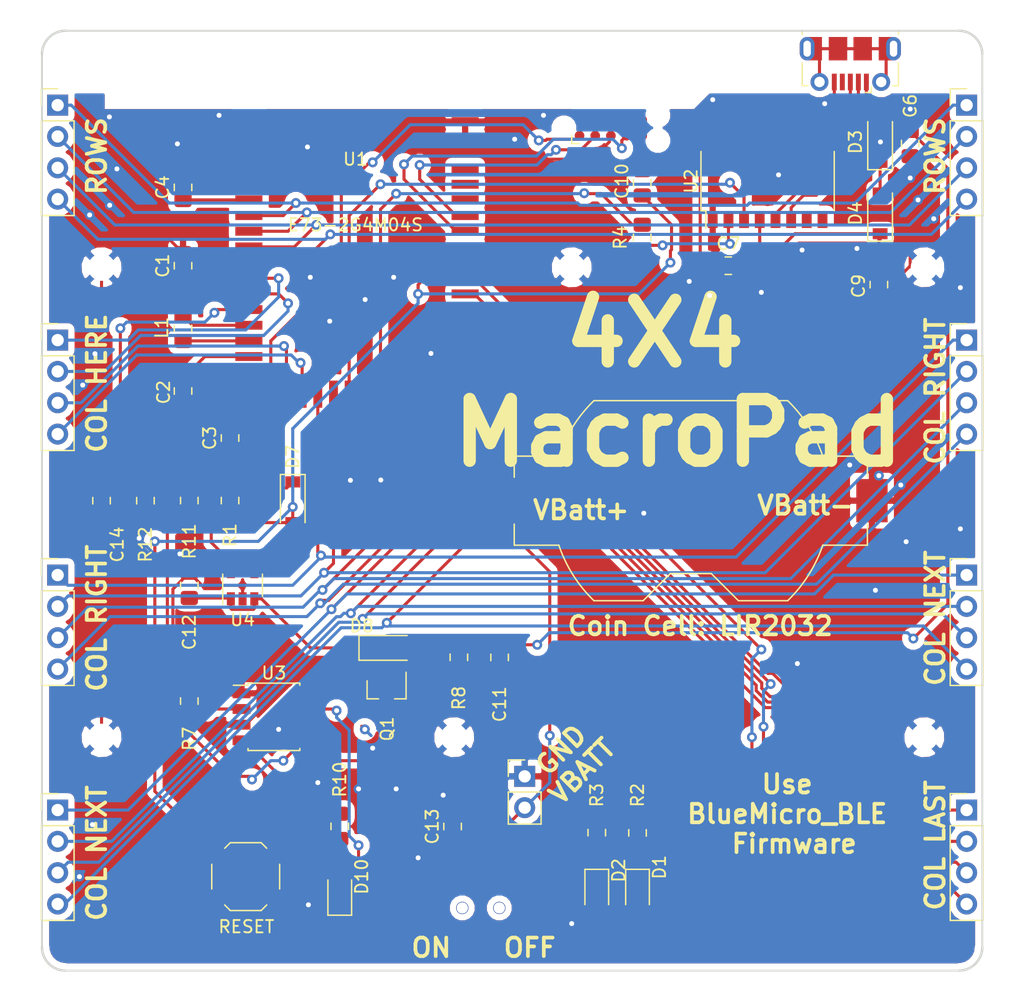
<source format=kicad_pcb>
(kicad_pcb (version 20171130) (host pcbnew "(5.0.0)")
  (layers (0 F.Cu signal) (31 B.Cu signal) (34 B.Paste user) (35 F.Paste user) (36 B.SilkS user) (37 F.SilkS user) (38 B.Mask user) (39 F.Mask user) (44 Edge.Cuts user))
  (net 0 "")
  (net 1 ROW1)
  (net 2 ROW2)
  (net 3 ROW3)
  (net 4 ROW4)
  (net 5 COL4)
  (net 6 COL3)
  (net 7 COL2)
  (net 8 COL1)
  (net 9 COL5)
  (net 10 COL6)
  (net 11 COL7)
  (net 12 COL8)
  (net 13 COL12)
  (net 14 COL11)
  (net 15 COL10)
  (net 16 COL9)
  (net 17 COL16)
  (net 18 COL15)
  (net 19 COL14)
  (net 20 COL13)
  (net 21 GND)
  (net 22 "Net-(C1-Pad1)")
  (net 23 "Net-(C2-Pad1)")
  (net 24 VCC)
  (net 25 "Net-(C4-Pad1)")
  (net 26 "Net-(L1-Pad2)")
  (net 27 RESET)
  (net 28 SWDCLK)
  (net 29 SWDIO)
  (net 30 TXD)
  (net 31 RXD)
  (net 32 BLUELED)
  (net 33 "Net-(D1-Pad1)")
  (net 34 "Net-(D2-Pad1)")
  (net 35 REDLED)
  (net 36 "Net-(C7-Pad1)")
  (net 37 "Net-(C9-Pad1)")
  (net 38 DTR)
  (net 39 "Net-(D3-Pad1)")
  (net 40 "Net-(J17-Pad3)")
  (net 41 "Net-(J17-Pad2)")
  (net 42 "Net-(J17-Pad6)")
  (net 43 "Net-(R4-Pad1)")
  (net 44 VBUS)
  (net 45 "Net-(C12-Pad1)")
  (net 46 VBATT)
  (net 47 "Net-(C14-Pad1)")
  (net 48 "Net-(D9-Pad1)")
  (net 49 "Net-(D10-Pad2)")
  (net 50 "Net-(D10-Pad1)")
  (net 51 "Net-(R7-Pad2)")
  (net 52 "Net-(BT1-Pad1)")
  (module Connector_PinHeader_2.54mm:PinHeader_1x04_P2.54mm_Vertical (layer F.Cu) (at 77.47 82.2325)
    (fp_text reference J1 hide)
    (fp_text value Conn_01x04)
    (pad 1 thru_hole rect (at 0 0) (size 1.7 1.7) (drill 1) (layers *.Cu *.Mask) (net 1 ROW1))
    (pad 2 thru_hole oval (at 0 2.54) (size 1.7 1.7) (drill 1) (layers *.Cu *.Mask) (net 2 ROW2))
    (pad 3 thru_hole oval (at 0 5.08) (size 1.7 1.7) (drill 1) (layers *.Cu *.Mask) (net 3 ROW3))
    (pad 4 thru_hole oval (at 0 7.62) (size 1.7 1.7) (drill 1) (layers *.Cu *.Mask) (net 4 ROW4))
  )
  (module Connector_PinHeader_2.54mm:PinHeader_1x04_P2.54mm_Vertical (layer F.Cu) (at 77.47 101.2825)
    (fp_text reference J2 hide)
    (fp_text value Conn_01x04)
    (pad 4 thru_hole oval (at 0 7.62) (size 1.7 1.7) (drill 1) (layers *.Cu *.Mask) (net 5 COL4))
    (pad 3 thru_hole oval (at 0 5.08) (size 1.7 1.7) (drill 1) (layers *.Cu *.Mask) (net 6 COL3))
    (pad 2 thru_hole oval (at 0 2.54) (size 1.7 1.7) (drill 1) (layers *.Cu *.Mask) (net 7 COL2))
    (pad 1 thru_hole rect (at 0 0) (size 1.7 1.7) (drill 1) (layers *.Cu *.Mask) (net 8 COL1))
  )
  (module Connector_PinHeader_2.54mm:PinHeader_1x04_P2.54mm_Vertical (layer F.Cu) (at 77.47 120.3325)
    (fp_text reference J3 hide)
    (fp_text value Conn_01x04)
    (pad 1 thru_hole rect (at 0 0) (size 1.7 1.7) (drill 1) (layers *.Cu *.Mask) (net 9 COL5))
    (pad 2 thru_hole oval (at 0 2.54) (size 1.7 1.7) (drill 1) (layers *.Cu *.Mask) (net 10 COL6))
    (pad 3 thru_hole oval (at 0 5.08) (size 1.7 1.7) (drill 1) (layers *.Cu *.Mask) (net 11 COL7))
    (pad 4 thru_hole oval (at 0 7.62) (size 1.7 1.7) (drill 1) (layers *.Cu *.Mask) (net 12 COL8))
  )
  (module Connector_PinHeader_2.54mm:PinHeader_1x04_P2.54mm_Vertical (layer F.Cu) (at 77.47 139.3825)
    (fp_text reference J4 hide)
    (fp_text value Conn_01x04)
    (pad 4 thru_hole oval (at 0 7.62) (size 1.7 1.7) (drill 1) (layers *.Cu *.Mask) (net 13 COL12))
    (pad 3 thru_hole oval (at 0 5.08) (size 1.7 1.7) (drill 1) (layers *.Cu *.Mask) (net 14 COL11))
    (pad 2 thru_hole oval (at 0 2.54) (size 1.7 1.7) (drill 1) (layers *.Cu *.Mask) (net 15 COL10))
    (pad 1 thru_hole rect (at 0 0) (size 1.7 1.7) (drill 1) (layers *.Cu *.Mask) (net 16 COL9))
  )
  (module Connector_PinHeader_2.54mm:PinHeader_1x04_P2.54mm_Vertical (layer F.Cu) (at 151.13 82.2325)
    (fp_text reference J5 hide)
    (fp_text value Conn_01x04)
    (pad 1 thru_hole rect (at 0 0) (size 1.7 1.7) (drill 1) (layers *.Cu *.Mask) (net 1 ROW1))
    (pad 2 thru_hole oval (at 0 2.54) (size 1.7 1.7) (drill 1) (layers *.Cu *.Mask) (net 2 ROW2))
    (pad 3 thru_hole oval (at 0 5.08) (size 1.7 1.7) (drill 1) (layers *.Cu *.Mask) (net 3 ROW3))
    (pad 4 thru_hole oval (at 0 7.62) (size 1.7 1.7) (drill 1) (layers *.Cu *.Mask) (net 4 ROW4))
  )
  (module Connector_PinHeader_2.54mm:PinHeader_1x04_P2.54mm_Vertical (layer F.Cu) (at 151.13 101.2825)
    (fp_text reference J6 hide)
    (fp_text value Conn_01x04)
    (pad 4 thru_hole oval (at 0 7.62) (size 1.7 1.7) (drill 1) (layers *.Cu *.Mask) (net 12 COL8))
    (pad 3 thru_hole oval (at 0 5.08) (size 1.7 1.7) (drill 1) (layers *.Cu *.Mask) (net 11 COL7))
    (pad 2 thru_hole oval (at 0 2.54) (size 1.7 1.7) (drill 1) (layers *.Cu *.Mask) (net 10 COL6))
    (pad 1 thru_hole rect (at 0 0) (size 1.7 1.7) (drill 1) (layers *.Cu *.Mask) (net 9 COL5))
  )
  (module Connector_PinHeader_2.54mm:PinHeader_1x04_P2.54mm_Vertical (layer F.Cu) (at 151.13 120.3325)
    (fp_text reference J7 hide)
    (fp_text value Conn_01x04)
    (pad 1 thru_hole rect (at 0 0) (size 1.7 1.7) (drill 1) (layers *.Cu *.Mask) (net 16 COL9))
    (pad 2 thru_hole oval (at 0 2.54) (size 1.7 1.7) (drill 1) (layers *.Cu *.Mask) (net 15 COL10))
    (pad 3 thru_hole oval (at 0 5.08) (size 1.7 1.7) (drill 1) (layers *.Cu *.Mask) (net 14 COL11))
    (pad 4 thru_hole oval (at 0 7.62) (size 1.7 1.7) (drill 1) (layers *.Cu *.Mask) (net 13 COL12))
  )
  (module Connector_PinHeader_2.54mm:PinHeader_1x04_P2.54mm_Vertical (layer F.Cu) (at 151.13 139.3825)
    (fp_text reference J8 hide)
    (fp_text value Conn_01x04)
    (pad 4 thru_hole oval (at 0 7.62) (size 1.7 1.7) (drill 1) (layers *.Cu *.Mask) (net 17 COL16))
    (pad 3 thru_hole oval (at 0 5.08) (size 1.7 1.7) (drill 1) (layers *.Cu *.Mask) (net 18 COL15))
    (pad 2 thru_hole oval (at 0 2.54) (size 1.7 1.7) (drill 1) (layers *.Cu *.Mask) (net 19 COL14))
    (pad 1 thru_hole rect (at 0 0) (size 1.7 1.7) (drill 1) (layers *.Cu *.Mask) (net 20 COL13))
  )
  (module Capacitor_SMD:C_0805_2012Metric_Pad1.15x1.40mm_HandSolder (layer F.Cu) (at 87.63 95.25 90)
    (fp_text reference C1 (at 0 -1.65 90) (layer F.SilkS))
    (fp_text value 1uF hide)
    (pad 2 smd roundrect (at 1.025 0 90) (size 1.15 1.4) (layers F.Cu F.Paste F.Mask) (roundrect_rratio 0.217391) (net 21 GND))
    (pad 1 smd roundrect (at -1.025 0 90) (size 1.15 1.4) (layers F.Cu F.Paste F.Mask) (roundrect_rratio 0.217391) (net 22 "Net-(C1-Pad1)"))
  )
  (module Capacitor_SMD:C_0805_2012Metric_Pad1.15x1.40mm_HandSolder (layer F.Cu) (at 87.63 105.41 270)
    (fp_text reference C2 (at 0.1016 1.5748 270) (layer F.SilkS))
    (fp_text value 100nF hide)
    (pad 1 smd roundrect (at -1.025 0 270) (size 1.15 1.4) (layers F.Cu F.Paste F.Mask) (roundrect_rratio 0.217391) (net 23 "Net-(C2-Pad1)"))
    (pad 2 smd roundrect (at 1.025 0 270) (size 1.15 1.4) (layers F.Cu F.Paste F.Mask) (roundrect_rratio 0.217391) (net 21 GND))
  )
  (module Capacitor_SMD:C_0805_2012Metric_Pad1.15x1.40mm_HandSolder (layer F.Cu) (at 91.44 109.22 90)
    (fp_text reference C3 (at 0 -1.65 90) (layer F.SilkS))
    (fp_text value 10uF hide)
    (pad 1 smd roundrect (at -1.025 0 90) (size 1.15 1.4) (layers F.Cu F.Paste F.Mask) (roundrect_rratio 0.217391) (net 24 VCC))
    (pad 2 smd roundrect (at 1.025 0 90) (size 1.15 1.4) (layers F.Cu F.Paste F.Mask) (roundrect_rratio 0.217391) (net 21 GND))
  )
  (module Capacitor_SMD:C_0805_2012Metric_Pad1.15x1.40mm_HandSolder (layer F.Cu) (at 87.63 88.9 90)
    (fp_text reference C4 (at 0 -1.65 90) (layer F.SilkS))
    (fp_text value 100pF hide)
    (pad 2 smd roundrect (at 1.025 0 90) (size 1.15 1.4) (layers F.Cu F.Paste F.Mask) (roundrect_rratio 0.217391) (net 21 GND))
    (pad 1 smd roundrect (at -1.025 0 90) (size 1.15 1.4) (layers F.Cu F.Paste F.Mask) (roundrect_rratio 0.217391) (net 25 "Net-(C4-Pad1)"))
  )
  (module Capacitor_SMD:C_0805_2012Metric_Pad1.15x1.40mm_HandSolder (layer F.Cu) (at 87.63 100.33 270)
    (fp_text reference L1 (at -0.0508 1.7272 270) (layer F.SilkS))
    (fp_text value 10uH hide)
    (pad 1 smd roundrect (at -1.025 0 270) (size 1.15 1.4) (layers F.Cu F.Paste F.Mask) (roundrect_rratio 0.217391) (net 22 "Net-(C1-Pad1)"))
    (pad 2 smd roundrect (at 1.025 0 270) (size 1.15 1.4) (layers F.Cu F.Paste F.Mask) (roundrect_rratio 0.217391) (net 26 "Net-(L1-Pad2)"))
  )
  (module Package_TO_SOT_SMD:SOT-23 (layer F.Cu) (at 104.124 129.606 270)
    (fp_text reference Q1 (at 3.2004 -0.0508 270) (layer F.SilkS))
    (fp_text value SI2301CDS-T1-GE3 hide)
    (pad 1 smd rect (at -1 -0.95 270) (size 0.9 0.8) (layers F.Cu F.Paste F.Mask) (net 44 VBUS))
    (pad 2 smd rect (at -1 0.95 270) (size 0.9 0.8) (layers F.Cu F.Paste F.Mask) (net 45 "Net-(C12-Pad1)"))
    (pad 3 smd rect (at 1 0 270) (size 0.9 0.8) (layers F.Cu F.Paste F.Mask) (net 46 VBATT))
  )
  (module Capacitor_SMD:C_0805_2012Metric_Pad1.15x1.40mm_HandSolder (layer F.Cu) (at 91.44 114.291 270)
    (fp_text reference R1 (at 2.803 0 270) (layer F.SilkS))
    (fp_text value 10k hide)
    (pad 2 smd roundrect (at 1.025 0 270) (size 1.15 1.4) (layers F.Cu F.Paste F.Mask) (roundrect_rratio 0.217391) (net 27 RESET))
    (pad 1 smd roundrect (at -1.025 0 270) (size 1.15 1.4) (layers F.Cu F.Paste F.Mask) (roundrect_rratio 0.217391) (net 24 VCC))
  )
  (module MountingHole:MountingHole_2.2mm_M2_ISO7380 (layer F.Cu) (at 81.026 133.477)
    (fp_text reference J11 hide)
    (fp_text value Conn_01x01)
    (pad 1 np_thru_hole circle (at 0 0) (size 2.2 2.2) (drill 2.2) (layers *.Cu *.Mask) (net 21 GND))
  )
  (module MountingHole:MountingHole_2.2mm_M2_ISO7380 (layer F.Cu) (at 147.701 95.377)
    (fp_text reference J12 hide)
    (fp_text value Conn_01x01)
    (pad 1 np_thru_hole circle (at 0 0) (size 2.2 2.2) (drill 2.2) (layers *.Cu *.Mask) (net 21 GND))
  )
  (module MountingHole:MountingHole_2.2mm_M2_ISO7380 (layer F.Cu) (at 147.701 133.477)
    (fp_text reference J13 hide)
    (fp_text value Conn_01x01)
    (pad 1 np_thru_hole circle (at 0 0) (size 2.2 2.2) (drill 2.2) (layers *.Cu *.Mask) (net 21 GND))
  )
  (module MountingHole:MountingHole_2.2mm_M2_ISO7380 (layer F.Cu) (at 109.601 133.477)
    (fp_text reference J14 hide)
    (fp_text value Conn_01x01)
    (pad 1 np_thru_hole circle (at 0 0) (size 2.2 2.2) (drill 2.2) (layers *.Cu *.Mask) (net 21 GND))
  )
  (module MountingHole:MountingHole_2.2mm_M2_ISO7380 (layer F.Cu) (at 119.126 95.377)
    (fp_text reference J15 hide)
    (fp_text value Conn_01x01)
    (pad 1 np_thru_hole circle (at 0 0) (size 2.2 2.2) (drill 2.2) (layers *.Cu *.Mask) (net 21 GND))
  )
  (module MountingHole:MountingHole_2.2mm_M2_ISO7380 (layer F.Cu) (at 81.026 95.377)
    (fp_text reference J16 hide)
    (fp_text value Conn_01x01)
    (pad 1 np_thru_hole circle (at 0 0) (size 2.2 2.2) (drill 2.2) (layers *.Cu *.Mask) (net 21 GND))
  )
  (module E73:SPDT_C128955 (layer F.Cu) (at 111.76 147.32 180)
    (fp_text reference SW1 hide)
    (fp_text value SW_SPDT)
    (pad "" np_thru_hole circle (at 1.5 0 180) (size 1 1) (drill 0.9) (layers *.Cu *.Mask))
    (pad "" np_thru_hole circle (at -1.5 0 180) (size 1 1) (drill 0.9) (layers *.Cu *.Mask))
    (pad 2 smd rect (at -0.75 2.075 180) (size 0.9 1.25) (layers F.Cu F.Paste F.Mask) (net 52 "Net-(BT1-Pad1)"))
    (pad 3 smd rect (at -2.25 2.075 180) (size 0.9 1.25) (layers F.Cu F.Paste F.Mask))
    (pad 1 smd rect (at 2.25 2.075 180) (size 0.9 1.25) (layers F.Cu F.Paste F.Mask) (net 46 VBATT))
    (pad 0 smd rect (at 3.7 -1.1 180) (size 0.9 0.9) (layers F.Cu F.Paste F.Mask))
    (pad 0 smd rect (at 3.7 1.1 180) (size 0.9 0.9) (layers F.Cu F.Paste F.Mask))
    (pad 0 smd rect (at -3.7 1.1 180) (size 0.9 0.9) (layers F.Cu F.Paste F.Mask))
    (pad 0 smd rect (at -3.7 -1.1 180) (size 0.9 0.9) (layers F.Cu F.Paste F.Mask))
  )
  (module E73:SW_TACT_ALPS_SKQGABE010 (layer F.Cu) (at 92.71 144.78 180)
    (fp_text reference SW2 hide)
    (fp_text value RESET (at -0.0508 -4.064 180) (layer F.SilkS))
    (pad 1 smd rect (at -3.1 -1.85 180) (size 1.8 1.1) (layers F.Cu F.Paste F.Mask) (net 21 GND))
    (pad 1 smd rect (at 3.1 -1.85 180) (size 1.8 1.1) (layers F.Cu F.Paste F.Mask) (net 21 GND))
    (pad 2 smd rect (at -3.1 1.85 180) (size 1.8 1.1) (layers F.Cu F.Paste F.Mask) (net 27 RESET))
    (pad 2 smd rect (at 3.1 1.85 180) (size 1.8 1.1) (layers F.Cu F.Paste F.Mask) (net 27 RESET))
  )
  (module E73:E73-2G4M04S (layer F.Cu) (at 101.6 91.44 180)
    (fp_text reference U1 (at 0 4.826 180) (layer F.SilkS))
    (fp_text value E73-2G4M04S (at 0 -0.5 180) (layer F.SilkS))
    (pad 27 smd rect (at -7.112 -14.224 180) (size 0.72 2.2) (layers F.Cu F.Paste F.Mask) (net 14 COL11))
    (pad 26 smd rect (at -5.842 -14.224 180) (size 0.72 2.2) (layers F.Cu F.Paste F.Mask) (net 15 COL10))
    (pad 25 smd rect (at -4.572 -14.224 180) (size 0.72 2.2) (layers F.Cu F.Paste F.Mask) (net 16 COL9))
    (pad 24 smd rect (at -3.302 -14.224 180) (size 0.72 2.2) (layers F.Cu F.Paste F.Mask) (net 12 COL8))
    (pad 23 smd rect (at -2.032 -14.224 180) (size 0.72 2.2) (layers F.Cu F.Paste F.Mask) (net 31 RXD))
    (pad 22 smd rect (at -0.762 -14.224 180) (size 0.72 2.2) (layers F.Cu F.Paste F.Mask) (net 11 COL7))
    (pad 21 smd rect (at 0.508 -14.224 180) (size 0.72 2.2) (layers F.Cu F.Paste F.Mask) (net 30 TXD))
    (pad 20 smd rect (at 1.778 -14.224 180) (size 0.72 2.2) (layers F.Cu F.Paste F.Mask) (net 10 COL6))
    (pad 19 smd rect (at 3.048 -14.224 180) (size 0.72 2.2) (layers F.Cu F.Paste F.Mask) (net 9 COL5))
    (pad 18 smd rect (at 4.318 -14.224 180) (size 0.72 2.2) (layers F.Cu F.Paste F.Mask) (net 5 COL4))
    (pad 17 smd rect (at 5.588 -14.224 180) (size 0.72 2.2) (layers F.Cu F.Paste F.Mask) (net 6 COL3))
    (pad 16 smd rect (at 6.858 -14.224 180) (size 0.72 2.2) (layers F.Cu F.Paste F.Mask) (net 24 VCC))
    (pad 28 smd rect (at -8.89 -12.446 180) (size 2.2 0.72) (layers F.Cu F.Paste F.Mask) (net 13 COL12))
    (pad 29 smd rect (at -8.89 -11.176 180) (size 2.2 0.72) (layers F.Cu F.Paste F.Mask) (net 17 COL16))
    (pad 30 smd rect (at -8.89 -9.906 180) (size 2.2 0.72) (layers F.Cu F.Paste F.Mask) (net 18 COL15))
    (pad 31 smd rect (at -8.89 -8.636 180) (size 2.2 0.72) (layers F.Cu F.Paste F.Mask) (net 19 COL14))
    (pad 32 smd rect (at -8.89 -7.366 180) (size 2.2 0.72) (layers F.Cu F.Paste F.Mask) (net 35 REDLED))
    (pad 33 smd rect (at -8.89 -6.096 180) (size 2.2 0.72) (layers F.Cu F.Paste F.Mask) (net 20 COL13))
    (pad 34 smd rect (at -8.89 -4.826 180) (size 2.2 0.72) (layers F.Cu F.Paste F.Mask) (net 32 BLUELED))
    (pad 35 smd rect (at -8.89 -3.556 180) (size 2.2 0.72) (layers F.Cu F.Paste F.Mask))
    (pad 36 smd rect (at -8.89 -2.286 180) (size 2.2 0.72) (layers F.Cu F.Paste F.Mask) (net 27 RESET))
    (pad 37 smd rect (at -8.89 -1.016 180) (size 2.2 0.72) (layers F.Cu F.Paste F.Mask) (net 28 SWDCLK))
    (pad 38 smd rect (at -8.89 0.254 180) (size 2.2 0.72) (layers F.Cu F.Paste F.Mask) (net 29 SWDIO))
    (pad 39 smd rect (at -8.89 1.524 180) (size 2.2 0.72) (layers F.Cu F.Paste F.Mask))
    (pad 40 smd rect (at -8.89 2.794 180) (size 2.2 0.72) (layers F.Cu F.Paste F.Mask))
    (pad 41 smd rect (at -8.89 4.064 180) (size 2.2 0.72) (layers F.Cu F.Paste F.Mask))
    (pad 42 smd rect (at -8.89 6.604 180) (size 2.2 0.72) (layers F.Cu F.Paste F.Mask) (net 21 GND))
    (pad 43 smd rect (at -8.89 7.874 180) (size 2.2 0.72) (layers F.Cu F.Paste F.Mask) (net 21 GND))
    (pad 0 smd rect (at 8.636 7.874 180) (size 2.2 0.72) (layers F.Cu F.Paste F.Mask) (net 21 GND))
    (pad 1 smd rect (at 8.636 6.604 180) (size 2.2 0.72) (layers F.Cu F.Paste F.Mask) (net 21 GND))
    (pad 2 smd rect (at 8.636 4.064 180) (size 2.2 0.72) (layers F.Cu F.Paste F.Mask) (net 21 GND))
    (pad 3 smd rect (at 8.636 2.794 180) (size 2.2 0.72) (layers F.Cu F.Paste F.Mask))
    (pad 4 smd rect (at 8.636 1.524 180) (size 2.2 0.72) (layers F.Cu F.Paste F.Mask) (net 25 "Net-(C4-Pad1)"))
    (pad 5 smd rect (at 8.636 0.254 180) (size 2.2 0.72) (layers F.Cu F.Paste F.Mask) (net 1 ROW1))
    (pad 6 smd rect (at 8.636 -1.016 180) (size 2.2 0.72) (layers F.Cu F.Paste F.Mask) (net 2 ROW2))
    (pad 7 smd rect (at 8.636 -2.286 180) (size 2.2 0.72) (layers F.Cu F.Paste F.Mask) (net 3 ROW3))
    (pad 8 smd rect (at 8.636 -3.556 180) (size 2.2 0.72) (layers F.Cu F.Paste F.Mask) (net 4 ROW4))
    (pad 9 smd rect (at 8.636 -4.826 180) (size 2.2 0.72) (layers F.Cu F.Paste F.Mask) (net 8 COL1))
    (pad 10 smd rect (at 8.636 -6.096 180) (size 2.2 0.72) (layers F.Cu F.Paste F.Mask) (net 7 COL2))
    (pad 11 smd rect (at 8.636 -7.366 180) (size 2.2 0.72) (layers F.Cu F.Paste F.Mask) (net 47 "Net-(C14-Pad1)"))
    (pad 12 smd rect (at 8.636 -8.636 180) (size 2.2 0.72) (layers F.Cu F.Paste F.Mask) (net 22 "Net-(C1-Pad1)"))
    (pad 13 smd rect (at 8.636 -9.906 180) (size 2.2 0.72) (layers F.Cu F.Paste F.Mask) (net 26 "Net-(L1-Pad2)"))
    (pad 14 smd rect (at 8.636 -11.176 180) (size 2.2 0.72) (layers F.Cu F.Paste F.Mask) (net 23 "Net-(C2-Pad1)"))
    (pad 15 smd rect (at 8.636 -12.446 180) (size 2.2 0.72) (layers F.Cu F.Paste F.Mask) (net 21 GND))
  )
  (module LED_SMD:LED_0805_2012Metric_Pad1.15x1.40mm_HandSolder (layer F.Cu) (at 124.46 146.05 270)
    (fp_text reference D1 (at -2.032 -1.778 270) (layer F.SilkS))
    (fp_text value BLUE hide)
    (pad 2 smd roundrect (at 1.025 0 270) (size 1.15 1.4) (layers F.Cu F.Paste F.Mask) (roundrect_rratio 0.217391) (net 32 BLUELED))
    (pad 1 smd roundrect (at -1.025 0 270) (size 1.15 1.4) (layers F.Cu F.Paste F.Mask) (roundrect_rratio 0.217391) (net 33 "Net-(D1-Pad1)"))
  )
  (module LED_SMD:LED_0805_2012Metric_Pad1.15x1.40mm_HandSolder (layer F.Cu) (at 121.158 146.05 270)
    (fp_text reference D2 (at -1.778 -1.778 270) (layer F.SilkS))
    (fp_text value RED hide)
    (pad 1 smd roundrect (at -1.025 0 270) (size 1.15 1.4) (layers F.Cu F.Paste F.Mask) (roundrect_rratio 0.217391) (net 34 "Net-(D2-Pad1)"))
    (pad 2 smd roundrect (at 1.025 0 270) (size 1.15 1.4) (layers F.Cu F.Paste F.Mask) (roundrect_rratio 0.217391) (net 35 REDLED))
  )
  (module Resistor_SMD:R_0805_2012Metric_Pad1.15x1.40mm_HandSolder (layer F.Cu) (at 124.46 141.232999 90)
    (fp_text reference R2 (at 3.056999 0 90) (layer F.SilkS))
    (fp_text value 1k hide)
    (pad 2 smd roundrect (at 1.025 0 90) (size 1.15 1.4) (layers F.Cu F.Paste F.Mask) (roundrect_rratio 0.217391) (net 21 GND))
    (pad 1 smd roundrect (at -1.025 0 90) (size 1.15 1.4) (layers F.Cu F.Paste F.Mask) (roundrect_rratio 0.217391) (net 33 "Net-(D1-Pad1)"))
  )
  (module Resistor_SMD:R_0805_2012Metric_Pad1.15x1.40mm_HandSolder (layer F.Cu) (at 121.158 141.215001 90)
    (fp_text reference R3 (at 3.039001 0 90) (layer F.SilkS))
    (fp_text value 1k hide)
    (pad 1 smd roundrect (at -1.025 0 90) (size 1.15 1.4) (layers F.Cu F.Paste F.Mask) (roundrect_rratio 0.217391) (net 34 "Net-(D2-Pad1)"))
    (pad 2 smd roundrect (at 1.025 0 90) (size 1.15 1.4) (layers F.Cu F.Paste F.Mask) (roundrect_rratio 0.217391) (net 21 GND))
  )
  (module Capacitor_SMD:C_0805_2012Metric_Pad1.15x1.40mm_HandSolder (layer F.Cu) (at 146.558 85.344 270)
    (fp_text reference C6 (at -3.048 0 270) (layer F.SilkS))
    (fp_text value 100nF hide)
    (pad 2 smd roundrect (at 1.025 0 270) (size 1.15 1.4) (layers F.Cu F.Paste F.Mask) (roundrect_rratio 0.217391) (net 21 GND))
    (pad 1 smd roundrect (at -1.025 0 270) (size 1.15 1.4) (layers F.Cu F.Paste F.Mask) (roundrect_rratio 0.217391) (net 44 VBUS))
  )
  (module Capacitor_SMD:C_0805_2012Metric_Pad1.15x1.40mm_HandSolder (layer F.Cu) (at 131.817 95.25 180)
    (fp_text reference C7 (at -0.009 1.778 180) (layer F.SilkS))
    (fp_text value 100nF hide)
    (pad 2 smd roundrect (at 1.025 0 180) (size 1.15 1.4) (layers F.Cu F.Paste F.Mask) (roundrect_rratio 0.217391) (net 21 GND))
    (pad 1 smd roundrect (at -1.025 0 180) (size 1.15 1.4) (layers F.Cu F.Paste F.Mask) (roundrect_rratio 0.217391) (net 36 "Net-(C7-Pad1)"))
  )
  (module Capacitor_SMD:C_0805_2012Metric_Pad1.15x1.40mm_HandSolder (layer F.Cu) (at 144.018 96.782999 270)
    (fp_text reference C9 (at 0.118001 1.651 270) (layer F.SilkS))
    (fp_text value 100nF hide)
    (pad 1 smd roundrect (at -1.025 0 270) (size 1.15 1.4) (layers F.Cu F.Paste F.Mask) (roundrect_rratio 0.217391) (net 37 "Net-(C9-Pad1)"))
    (pad 2 smd roundrect (at 1.025 0 270) (size 1.15 1.4) (layers F.Cu F.Paste F.Mask) (roundrect_rratio 0.217391) (net 21 GND))
  )
  (module Capacitor_SMD:C_0805_2012Metric_Pad1.15x1.40mm_HandSolder (layer F.Cu) (at 124.841 88.528 90)
    (fp_text reference C10 (at 0.136 -1.651 90) (layer F.SilkS))
    (fp_text value 100nF hide)
    (pad 1 smd roundrect (at -1.025 0 90) (size 1.15 1.4) (layers F.Cu F.Paste F.Mask) (roundrect_rratio 0.217391) (net 27 RESET))
    (pad 2 smd roundrect (at 1.025 0 90) (size 1.15 1.4) (layers F.Cu F.Paste F.Mask) (roundrect_rratio 0.217391) (net 38 DTR))
  )
  (module Diode_SMD:D_SOD-123 (layer F.Cu) (at 144.1196 85.217 90)
    (fp_text reference D3 (at 0 -2 90) (layer F.SilkS))
    (fp_text value 1N4148 hide)
    (pad 2 smd rect (at 1.65 0 90) (size 0.9 1.2) (layers F.Cu F.Paste F.Mask) (net 44 VBUS))
    (pad 1 smd rect (at -1.65 0 90) (size 0.9 1.2) (layers F.Cu F.Paste F.Mask) (net 39 "Net-(D3-Pad1)"))
  )
  (module Diode_SMD:D_SOD-123 (layer F.Cu) (at 144.1196 91.0072 90)
    (fp_text reference D4 (at 0 -2 90) (layer F.SilkS))
    (fp_text value 1N4148 hide)
    (pad 1 smd rect (at -1.65 0 90) (size 0.9 1.2) (layers F.Cu F.Paste F.Mask) (net 37 "Net-(C9-Pad1)"))
    (pad 2 smd rect (at 1.65 0 90) (size 0.9 1.2) (layers F.Cu F.Paste F.Mask) (net 39 "Net-(D3-Pad1)"))
  )
  (module Diode_SMD:D_SOD-123 (layer F.Cu) (at 96.52 114.428 270)
    (fp_text reference D7 (at -3.682 0 270) (layer F.SilkS))
    (fp_text value 1N4148)
    (pad 1 smd rect (at -1.65 0 270) (size 0.9 1.2) (layers F.Cu F.Paste F.Mask) (net 24 VCC))
    (pad 2 smd rect (at 1.65 0 270) (size 0.9 1.2) (layers F.Cu F.Paste F.Mask) (net 27 RESET))
  )
  (module Resistor_SMD:R_0805_2012Metric_Pad1.15x1.40mm_HandSolder (layer F.Cu) (at 124.841003 92.954994 90)
    (fp_text reference R4 (at -0.009006 -1.778003 270) (layer F.SilkS))
    (fp_text value 1k hide)
    (pad 1 smd roundrect (at -1.025 0 90) (size 1.15 1.4) (layers F.Cu F.Paste F.Mask) (roundrect_rratio 0.217391) (net 43 "Net-(R4-Pad1)"))
    (pad 2 smd roundrect (at 1.025 0 90) (size 1.15 1.4) (layers F.Cu F.Paste F.Mask) (roundrect_rratio 0.217391) (net 31 RXD))
  )
  (module Package_SO:SOP-16_4.4x10.4mm_P1.27mm (layer F.Cu) (at 135.001 88.392 90)
    (fp_text reference U2 (at 0 -6.2 90) (layer F.SilkS))
    (fp_text value CH340C hide)
    (pad 1 smd rect (at -3.15 -4.45 90) (size 1.3 0.8) (layers F.Cu F.Paste F.Mask) (net 21 GND))
    (pad 2 smd rect (at -3.15 -3.17 90) (size 1.3 0.8) (layers F.Cu F.Paste F.Mask) (net 43 "Net-(R4-Pad1)"))
    (pad 3 smd rect (at -3.15 -1.91 90) (size 1.3 0.8) (layers F.Cu F.Paste F.Mask) (net 30 TXD))
    (pad 4 smd rect (at -3.15 -0.64 90) (size 1.3 0.8) (layers F.Cu F.Paste F.Mask) (net 36 "Net-(C7-Pad1)"))
    (pad 5 smd rect (at -3.15 0.64 90) (size 1.3 0.8) (layers F.Cu F.Paste F.Mask) (net 40 "Net-(J17-Pad3)"))
    (pad 6 smd rect (at -3.15 1.91 90) (size 1.3 0.8) (layers F.Cu F.Paste F.Mask) (net 41 "Net-(J17-Pad2)"))
    (pad 7 smd rect (at -3.15 3.17 90) (size 1.3 0.8) (layers F.Cu F.Paste F.Mask))
    (pad 8 smd rect (at -3.15 4.45 90) (size 1.3 0.8) (layers F.Cu F.Paste F.Mask))
    (pad 9 smd rect (at 3.15 4.45 90) (size 1.3 0.8) (layers F.Cu F.Paste F.Mask))
    (pad 10 smd rect (at 3.15 3.17 90) (size 1.3 0.8) (layers F.Cu F.Paste F.Mask))
    (pad 11 smd rect (at 3.15 1.91 90) (size 1.3 0.8) (layers F.Cu F.Paste F.Mask))
    (pad 12 smd rect (at 3.15 0.64 90) (size 1.3 0.8) (layers F.Cu F.Paste F.Mask))
    (pad 13 smd rect (at 3.15 -0.64 90) (size 1.3 0.8) (layers F.Cu F.Paste F.Mask) (net 38 DTR))
    (pad 14 smd rect (at 3.15 -1.91 90) (size 1.3 0.8) (layers F.Cu F.Paste F.Mask))
    (pad 15 smd rect (at 3.15 -3.17 90) (size 1.3 0.8) (layers F.Cu F.Paste F.Mask))
    (pad 16 smd rect (at 3.15 -4.45 90) (size 1.3 0.8) (layers F.Cu F.Paste F.Mask) (net 37 "Net-(C9-Pad1)"))
  )
  (module Connector_USB:USB_Micro-B_Molex-105017-0001 (layer F.Cu) (at 141.7066 78.8924 180)
    (fp_text reference J17 hide)
    (fp_text value USB_B_Micro)
    (pad 6 smd rect (at 1 1.2375 180) (size 1.5 1.9) (layers F.Cu F.Paste F.Mask) (net 42 "Net-(J17-Pad6)"))
    (pad 6 thru_hole circle (at -2.5 -1.4625 180) (size 1.45 1.45) (drill 0.85) (layers *.Cu *.Mask) (net 42 "Net-(J17-Pad6)"))
    (pad 2 smd rect (at -0.65 -1.4625 180) (size 0.4 1.35) (layers F.Cu F.Paste F.Mask) (net 41 "Net-(J17-Pad2)"))
    (pad 1 smd rect (at -1.3 -1.4625 180) (size 0.4 1.35) (layers F.Cu F.Paste F.Mask) (net 44 VBUS))
    (pad 5 smd rect (at 1.3 -1.4625 180) (size 0.4 1.35) (layers F.Cu F.Paste F.Mask) (net 21 GND))
    (pad 4 smd rect (at 0.65 -1.4625 180) (size 0.4 1.35) (layers F.Cu F.Paste F.Mask))
    (pad 3 smd rect (at 0 -1.4625 180) (size 0.4 1.35) (layers F.Cu F.Paste F.Mask) (net 40 "Net-(J17-Pad3)"))
    (pad 6 thru_hole circle (at 2.5 -1.4625 180) (size 1.45 1.45) (drill 0.85) (layers *.Cu *.Mask) (net 42 "Net-(J17-Pad6)"))
    (pad 6 smd rect (at -1 1.2375 180) (size 1.5 1.9) (layers F.Cu F.Paste F.Mask) (net 42 "Net-(J17-Pad6)"))
    (pad 6 thru_hole oval (at -3.5 1.2375) (size 1.2 1.9) (drill oval 0.6 1.3) (layers *.Cu *.Mask) (net 42 "Net-(J17-Pad6)"))
    (pad 6 thru_hole oval (at 3.5 1.2375 180) (size 1.2 1.9) (drill oval 0.6 1.3) (layers *.Cu *.Mask) (net 42 "Net-(J17-Pad6)"))
    (pad 6 smd rect (at 2.9 1.2375 180) (size 1.2 1.9) (layers F.Cu F.Mask) (net 42 "Net-(J17-Pad6)"))
    (pad 6 smd rect (at -2.9 1.2375 180) (size 1.2 1.9) (layers F.Cu F.Mask) (net 42 "Net-(J17-Pad6)"))
  )
  (module Capacitor_SMD:C_0805_2012Metric_Pad1.15x1.40mm_HandSolder (layer F.Cu) (at 113.284 127.008999 270)
    (fp_text reference C11 (at 3.801001 0 270) (layer F.SilkS))
    (fp_text value 10uF hide)
    (pad 1 smd roundrect (at -1.025 0 270) (size 1.15 1.4) (layers F.Cu F.Paste F.Mask) (roundrect_rratio 0.217391) (net 44 VBUS))
    (pad 2 smd roundrect (at 1.025 0 270) (size 1.15 1.4) (layers F.Cu F.Paste F.Mask) (roundrect_rratio 0.217391) (net 21 GND))
  )
  (module Capacitor_SMD:C_0805_2012Metric_Pad1.15x1.40mm_HandSolder (layer F.Cu) (at 88.138 121.166999 90)
    (fp_text reference C12 (at -3.801001 0 90) (layer F.SilkS))
    (fp_text value 10uF hide)
    (pad 2 smd roundrect (at 1.025 0 90) (size 1.15 1.4) (layers F.Cu F.Paste F.Mask) (roundrect_rratio 0.217391) (net 21 GND))
    (pad 1 smd roundrect (at -1.025 0 90) (size 1.15 1.4) (layers F.Cu F.Paste F.Mask) (roundrect_rratio 0.217391) (net 45 "Net-(C12-Pad1)"))
  )
  (module Capacitor_SMD:C_0805_2012Metric_Pad1.15x1.40mm_HandSolder (layer F.Cu) (at 109.474 140.716 90)
    (fp_text reference C13 (at 0 -1.65 90) (layer F.SilkS))
    (fp_text value 10uF hide)
    (pad 1 smd roundrect (at -1.025 0 90) (size 1.15 1.4) (layers F.Cu F.Paste F.Mask) (roundrect_rratio 0.217391) (net 46 VBATT))
    (pad 2 smd roundrect (at 1.025 0 90) (size 1.15 1.4) (layers F.Cu F.Paste F.Mask) (roundrect_rratio 0.217391) (net 21 GND))
  )
  (module Capacitor_SMD:C_0805_2012Metric_Pad1.15x1.40mm_HandSolder (layer F.Cu) (at 81.026 114.3 270)
    (fp_text reference C14 (at 3.556 -1.27 270) (layer F.SilkS))
    (fp_text value 1nF hide)
    (pad 2 smd roundrect (at 1.025 0 270) (size 1.15 1.4) (layers F.Cu F.Paste F.Mask) (roundrect_rratio 0.217391) (net 21 GND))
    (pad 1 smd roundrect (at -1.025 0 270) (size 1.15 1.4) (layers F.Cu F.Paste F.Mask) (roundrect_rratio 0.217391) (net 47 "Net-(C14-Pad1)"))
  )
  (module Diode_SMD:D_SOD-123 (layer F.Cu) (at 104.14 126.238)
    (fp_text reference D8 (at -2.032 -1.778) (layer F.SilkS))
    (fp_text value B5819W hide)
    (pad 1 smd rect (at -1.65 0) (size 0.9 1.2) (layers F.Cu F.Paste F.Mask) (net 45 "Net-(C12-Pad1)"))
    (pad 2 smd rect (at 1.65 0) (size 0.9 1.2) (layers F.Cu F.Paste F.Mask) (net 44 VBUS))
  )
  (module LED_SMD:LED_0805_2012Metric_Pad1.15x1.40mm_HandSolder (layer F.Cu) (at 100.33 146.05 90)
    (fp_text reference D10 (at 1.27 1.778 90) (layer F.SilkS))
    (fp_text value RED hide)
    (pad 2 smd roundrect (at 1.025 0 90) (size 1.15 1.4) (layers F.Cu F.Paste F.Mask) (roundrect_rratio 0.217391) (net 49 "Net-(D10-Pad2)"))
    (pad 1 smd roundrect (at -1.025 0 90) (size 1.15 1.4) (layers F.Cu F.Paste F.Mask) (roundrect_rratio 0.217391) (net 50 "Net-(D10-Pad1)"))
  )
  (module Connector_PinHeader_2.54mm:PinHeader_1x02_P2.54mm_Vertical (layer F.Cu) (at 115.316 136.652)
    (fp_text reference J10 hide)
    (fp_text value Conn_01x02)
    (pad 1 thru_hole rect (at 0 0) (size 1.7 1.7) (drill 1) (layers *.Cu *.Mask) (net 21 GND))
    (pad 2 thru_hole oval (at 0 2.54) (size 1.7 1.7) (drill 1) (layers *.Cu *.Mask) (net 52 "Net-(BT1-Pad1)"))
  )
  (module Resistor_SMD:R_0805_2012Metric_Pad1.15x1.40mm_HandSolder (layer F.Cu) (at 88.138 130.547 270)
    (fp_text reference R7 (at 3.057 0 270) (layer F.SilkS))
    (fp_text value 10k hide)
    (pad 2 smd roundrect (at 1.025 0 270) (size 1.15 1.4) (layers F.Cu F.Paste F.Mask) (roundrect_rratio 0.217391) (net 51 "Net-(R7-Pad2)"))
    (pad 1 smd roundrect (at -1.025 0 270) (size 1.15 1.4) (layers F.Cu F.Paste F.Mask) (roundrect_rratio 0.217391) (net 21 GND))
  )
  (module Resistor_SMD:R_0805_2012Metric_Pad1.15x1.40mm_HandSolder (layer F.Cu) (at 109.982 127 90)
    (fp_text reference R8 (at -3.302 0 90) (layer F.SilkS))
    (fp_text value 100k hide)
    (pad 2 smd roundrect (at 1.025 0 90) (size 1.15 1.4) (layers F.Cu F.Paste F.Mask) (roundrect_rratio 0.217391) (net 44 VBUS))
    (pad 1 smd roundrect (at -1.025 0 90) (size 1.15 1.4) (layers F.Cu F.Paste F.Mask) (roundrect_rratio 0.217391) (net 21 GND))
  )
  (module Resistor_SMD:R_0805_2012Metric_Pad1.15x1.40mm_HandSolder (layer F.Cu) (at 100.33 140.707001 270)
    (fp_text reference R10 (at -3.801001 0 270) (layer F.SilkS))
    (fp_text value 1k hide)
    (pad 1 smd roundrect (at -1.025 0 270) (size 1.15 1.4) (layers F.Cu F.Paste F.Mask) (roundrect_rratio 0.217391) (net 44 VBUS))
    (pad 2 smd roundrect (at 1.025 0 270) (size 1.15 1.4) (layers F.Cu F.Paste F.Mask) (roundrect_rratio 0.217391) (net 49 "Net-(D10-Pad2)"))
  )
  (module Resistor_SMD:R_0805_2012Metric_Pad1.15x1.40mm_HandSolder (layer F.Cu) (at 88.138 114.291 90)
    (fp_text reference R11 (at -3.311 0 90) (layer F.SilkS))
    (fp_text value 806k hide)
    (pad 1 smd roundrect (at -1.025 0 90) (size 1.15 1.4) (layers F.Cu F.Paste F.Mask) (roundrect_rratio 0.217391) (net 46 VBATT))
    (pad 2 smd roundrect (at 1.025 0 90) (size 1.15 1.4) (layers F.Cu F.Paste F.Mask) (roundrect_rratio 0.217391) (net 47 "Net-(C14-Pad1)"))
  )
  (module Resistor_SMD:R_0805_2012Metric_Pad1.15x1.40mm_HandSolder (layer F.Cu) (at 84.582 114.3 270)
    (fp_text reference R12 (at 3.556 0 270) (layer F.SilkS))
    (fp_text value 2M hide)
    (pad 2 smd roundrect (at 1.025 0 270) (size 1.15 1.4) (layers F.Cu F.Paste F.Mask) (roundrect_rratio 0.217391) (net 21 GND))
    (pad 1 smd roundrect (at -1.025 0 270) (size 1.15 1.4) (layers F.Cu F.Paste F.Mask) (roundrect_rratio 0.217391) (net 47 "Net-(C14-Pad1)"))
  )
  (module Package_SO:SSOP-8_3.95x5.21x3.27mm_P1.27mm (layer F.Cu) (at 94.996 131.826)
    (fp_text reference U3 (at 0 -3.55) (layer F.SilkS))
    (fp_text value TP4056 hide)
    (pad 5 smd rect (at 2.625 1.905) (size 1.45 0.8) (layers F.Cu F.Paste F.Mask) (net 46 VBATT))
    (pad 6 smd rect (at 2.625 0.635) (size 1.45 0.8) (layers F.Cu F.Paste F.Mask))
    (pad 7 smd rect (at 2.625 -0.635) (size 1.45 0.8) (layers F.Cu F.Paste F.Mask) (net 50 "Net-(D10-Pad1)"))
    (pad 8 smd rect (at 2.625 -1.905) (size 1.45 0.8) (layers F.Cu F.Paste F.Mask) (net 44 VBUS))
    (pad 4 smd rect (at -2.625 1.905) (size 1.45 0.8) (layers F.Cu F.Paste F.Mask) (net 44 VBUS))
    (pad 3 smd rect (at -2.625 0.635) (size 1.45 0.8) (layers F.Cu F.Paste F.Mask) (net 21 GND))
    (pad 2 smd rect (at -2.625 -0.635) (size 1.45 0.8) (layers F.Cu F.Paste F.Mask) (net 51 "Net-(R7-Pad2)"))
    (pad 1 smd rect (at -2.625 -1.905) (size 1.45 0.8) (layers F.Cu F.Paste F.Mask) (net 21 GND))
  )
  (module Package_TO_SOT_SMD:SOT-23-5 (layer F.Cu) (at 92.456 121.158 90)
    (fp_text reference U4 (at -2.794 0 180) (layer F.SilkS))
    (fp_text value AP2112K-3.3 hide)
    (pad 1 smd rect (at -1.1 -0.95 90) (size 1.06 0.65) (layers F.Cu F.Paste F.Mask) (net 45 "Net-(C12-Pad1)"))
    (pad 2 smd rect (at -1.1 0 90) (size 1.06 0.65) (layers F.Cu F.Paste F.Mask) (net 21 GND))
    (pad 3 smd rect (at -1.1 0.95 90) (size 1.06 0.65) (layers F.Cu F.Paste F.Mask) (net 45 "Net-(C12-Pad1)"))
    (pad 4 smd rect (at 1.1 0.95 90) (size 1.06 0.65) (layers F.Cu F.Paste F.Mask))
    (pad 5 smd rect (at 1.1 -0.95 90) (size 1.06 0.65) (layers F.Cu F.Paste F.Mask) (net 24 VCC))
  )
  (module Connector:Tag-Connect_TC2050-IDC-NL_2x05_P1.27mm_Vertical (layer F.Cu) (at 122.300997 84.074002)
    (fp_text reference J9 hide)
    (fp_text value Conn_02x05_Counter_Clockwise)
    (pad "" np_thru_hole circle (at 3.81 -1.016) (size 0.9906 0.9906) (drill 0.9906) (layers *.Cu *.Mask))
    (pad "" np_thru_hole circle (at 3.81 1.016) (size 0.9906 0.9906) (drill 0.9906) (layers *.Cu *.Mask))
    (pad "" np_thru_hole circle (at -3.81 0) (size 0.9906 0.9906) (drill 0.9906) (layers *.Cu *.Mask))
    (pad 1 connect circle (at -2.54 0.635) (size 0.7874 0.7874) (layers F.Cu F.Mask) (net 24 VCC))
    (pad 2 connect circle (at -1.27 0.635) (size 0.7874 0.7874) (layers F.Cu F.Mask) (net 29 SWDIO))
    (pad 3 connect circle (at 0 0.635) (size 0.7874 0.7874) (layers F.Cu F.Mask) (net 21 GND))
    (pad 4 connect circle (at 1.27 0.635) (size 0.7874 0.7874) (layers F.Cu F.Mask) (net 28 SWDCLK))
    (pad 5 connect circle (at 2.54 0.635) (size 0.7874 0.7874) (layers F.Cu F.Mask))
    (pad 6 connect circle (at 2.54 -0.635) (size 0.7874 0.7874) (layers F.Cu F.Mask))
    (pad 7 connect circle (at 1.27 -0.635) (size 0.7874 0.7874) (layers F.Cu F.Mask))
    (pad 8 connect circle (at 0 -0.635) (size 0.7874 0.7874) (layers F.Cu F.Mask))
    (pad 9 connect circle (at -1.27 -0.635) (size 0.7874 0.7874) (layers F.Cu F.Mask))
    (pad 10 connect circle (at -2.54 -0.635) (size 0.7874 0.7874) (layers F.Cu F.Mask))
  )
  (module E73:Keystone_1058_1x2032-CoinCell (layer F.Cu) (at 128.778 114.3)
    (fp_text reference BT1 hide)
    (fp_text value Battery_Cell)
    (pad 1 smd rect (at -14.68 0) (size 2.54 3.51) (layers F.Cu F.Paste F.Mask) (net 52 "Net-(BT1-Pad1)"))
    (pad 2 smd rect (at 14.68 0) (size 2.54 3.51) (layers F.Cu F.Paste F.Mask) (net 21 GND))
  )
  (gr_text "Coin Cell: LIR2032" (at 129.54 124.46) (layer F.SilkS) (effects (font (size 1.5 1.5) (thickness 0.3))))
  (gr_text VBatt- (at 138.049 114.681) (layer F.SilkS) (effects (font (size 1.5 1.5) (thickness 0.3))))
  (gr_text VBatt+ (at 119.888 115.062) (layer F.SilkS) (effects (font (size 1.5 1.5) (thickness 0.3))))
  (gr_text "ON\n" (at 107.7468 150.5458) (layer F.SilkS) (effects (font (size 1.5 1.5) (thickness 0.3))))
  (gr_text "GND\nVBATT\n" (at 119.126 135.382 45) (layer F.SilkS) (effects (font (size 1.5 1.5) (thickness 0.3))))
  (gr_text "Use \nBlueMicro_BLE \nFirmware" (at 137.16 139.7) (layer F.SilkS) (effects (font (size 1.5 1.5) (thickness 0.3))))
  (gr_arc (start 78.105 150.495) (end 76.2 150.495) (angle -90) (layer Edge.Cuts) (width 0.2))
  (gr_arc (start 150.495 150.495) (end 150.495 152.4) (angle -90) (layer Edge.Cuts) (width 0.2))
  (gr_arc (start 150.495 78.105) (end 152.4 78.105) (angle -90) (layer Edge.Cuts) (width 0.2))
  (gr_arc (start 78.105 78.105) (end 78.105 76.2) (angle -90) (layer Edge.Cuts) (width 0.2))
  (gr_text "COL LAST" (at 148.59 142.24 90) (layer F.SilkS) (effects (font (size 1.5 1.5) (thickness 0.3))))
  (gr_text "COL NEXT" (at 148.59 123.825 90) (layer F.SilkS) (effects (font (size 1.5 1.5) (thickness 0.3))))
  (gr_text "COL NEXT" (at 80.645 142.875 90) (layer F.SilkS) (effects (font (size 1.5 1.5) (thickness 0.3))))
  (gr_text "COL RIGHT" (at 148.59 105.41 90) (layer F.SilkS) (effects (font (size 1.5 1.5) (thickness 0.3))))
  (gr_text "COL RIGHT" (at 80.645 123.825 90) (layer F.SilkS) (effects (font (size 1.5 1.5) (thickness 0.3))))
  (gr_text "COL HERE" (at 80.645 104.775 90) (layer F.SilkS) (effects (font (size 1.5 1.5) (thickness 0.3))))
  (gr_text ROWS (at 148.59 86.36 90) (layer F.SilkS) (effects (font (size 1.5 1.5) (thickness 0.3))))
  (gr_text ROWS (at 80.645 86.36 90) (layer F.SilkS) (effects (font (size 1.5 1.5) (thickness 0.3))))
  (gr_text OFF (at 115.7224 150.5458) (layer F.SilkS) (effects (font (size 1.5 1.5) (thickness 0.3))))
  (gr_text "4X4 \nMacroPad" (at 127.762 104.775) (layer F.SilkS) (effects (font (size 5 5) (thickness 1))))
  (gr_line (start 150.495 76.2) (end 78.105 76.2) (layer Edge.Cuts) (width 0.15))
  (gr_line (start 152.4 150.495) (end 152.4 78.105) (layer Edge.Cuts) (width 0.15))
  (gr_line (start 78.105 152.4) (end 150.495 152.4) (layer Edge.Cuts) (width 0.15))
  (gr_line (start 76.2 78.105) (end 76.2 150.495) (layer Edge.Cuts) (width 0.15))
  (segment (start 95.758 91.186) (end 96.374001 90.569999) (width 0.25) (layer F.Cu) (net 1))
  (segment (start 78.57 82.2325) (end 86.5075 90.17) (width 0.25) (layer B.Cu) (net 1))
  (segment (start 86.5075 90.17) (end 96.774 90.17) (width 0.25) (layer B.Cu) (net 1))
  (segment (start 77.47 82.2325) (end 78.57 82.2325) (width 0.25) (layer B.Cu) (net 1))
  (segment (start 92.964 91.186) (end 95.758 91.186) (width 0.25) (layer F.Cu) (net 1))
  (segment (start 96.374001 90.569999) (end 96.774 90.17) (width 0.25) (layer F.Cu) (net 1))
  (via (at 96.774 90.17) (size 0.8) (drill 0.4) (layers F.Cu B.Cu) (net 1))
  (segment (start 119.613988 90.17) (end 97.339685 90.17) (width 0.25) (layer B.Cu) (net 1))
  (segment (start 133.534004 90.17) (end 133.353993 90.350011) (width 0.25) (layer B.Cu) (net 1))
  (segment (start 133.353993 90.350011) (end 119.793999 90.350011) (width 0.25) (layer B.Cu) (net 1))
  (segment (start 151.13 82.2325) (end 150.03 82.2325) (width 0.25) (layer B.Cu) (net 1))
  (segment (start 97.339685 90.17) (end 96.774 90.17) (width 0.25) (layer B.Cu) (net 1))
  (segment (start 142.0925 90.17) (end 133.534004 90.17) (width 0.25) (layer B.Cu) (net 1))
  (segment (start 150.03 82.2325) (end 142.0925 90.17) (width 0.25) (layer B.Cu) (net 1))
  (segment (start 119.793999 90.350011) (end 119.613988 90.17) (width 0.25) (layer B.Cu) (net 1))
  (via (at 97.663 90.932) (size 0.8) (drill 0.4) (layers F.Cu B.Cu) (net 2))
  (segment (start 144.9705 90.932) (end 98.228685 90.932) (width 0.25) (layer B.Cu) (net 2))
  (segment (start 151.13 84.7725) (end 144.9705 90.932) (width 0.25) (layer B.Cu) (net 2))
  (segment (start 98.228685 90.932) (end 97.663 90.932) (width 0.25) (layer B.Cu) (net 2))
  (segment (start 96.139 92.456) (end 97.263001 91.331999) (width 0.25) (layer F.Cu) (net 2))
  (segment (start 97.263001 91.331999) (end 97.663 90.932) (width 0.25) (layer F.Cu) (net 2))
  (segment (start 92.964 92.456) (end 96.139 92.456) (width 0.25) (layer F.Cu) (net 2))
  (segment (start 97.097315 90.932) (end 97.663 90.932) (width 0.25) (layer B.Cu) (net 2))
  (segment (start 83.6295 90.932) (end 97.097315 90.932) (width 0.25) (layer B.Cu) (net 2))
  (segment (start 77.47 84.7725) (end 83.6295 90.932) (width 0.25) (layer B.Cu) (net 2))
  (via (at 98.425 91.947994) (size 0.8) (drill 0.4) (layers F.Cu B.Cu) (net 3))
  (segment (start 77.47 87.3125) (end 82.105494 91.947994) (width 0.25) (layer B.Cu) (net 3))
  (segment (start 151.13 87.3125) (end 146.494506 91.947994) (width 0.25) (layer B.Cu) (net 3))
  (segment (start 82.105494 91.947994) (end 97.859315 91.947994) (width 0.25) (layer B.Cu) (net 3))
  (segment (start 96.646994 93.726) (end 98.025001 92.347993) (width 0.25) (layer F.Cu) (net 3))
  (segment (start 98.025001 92.347993) (end 98.425 91.947994) (width 0.25) (layer F.Cu) (net 3))
  (segment (start 92.964 93.726) (end 96.646994 93.726) (width 0.25) (layer F.Cu) (net 3))
  (segment (start 98.990685 91.947994) (end 98.425 91.947994) (width 0.25) (layer B.Cu) (net 3))
  (segment (start 146.494506 91.947994) (end 98.990685 91.947994) (width 0.25) (layer B.Cu) (net 3))
  (segment (start 97.859315 91.947994) (end 98.425 91.947994) (width 0.25) (layer B.Cu) (net 3))
  (segment (start 92.964 94.996) (end 97.282 94.996) (width 0.25) (layer F.Cu) (net 4))
  (segment (start 97.282 94.996) (end 99.168001 93.109999) (width 0.25) (layer F.Cu) (net 4))
  (segment (start 99.168001 93.109999) (end 99.568 92.71) (width 0.25) (layer F.Cu) (net 4))
  (segment (start 148.2725 92.71) (end 100.133685 92.71) (width 0.25) (layer B.Cu) (net 4))
  (segment (start 151.13 89.8525) (end 148.2725 92.71) (width 0.25) (layer B.Cu) (net 4))
  (segment (start 100.133685 92.71) (end 99.568 92.71) (width 0.25) (layer B.Cu) (net 4))
  (via (at 99.568 92.71) (size 0.8) (drill 0.4) (layers F.Cu B.Cu) (net 4))
  (segment (start 99.168001 93.109999) (end 99.568 92.71) (width 0.25) (layer B.Cu) (net 4))
  (segment (start 77.47 89.8525) (end 80.727499 93.109999) (width 0.25) (layer B.Cu) (net 4))
  (segment (start 80.727499 93.109999) (end 99.168001 93.109999) (width 0.25) (layer B.Cu) (net 4))
  (via (at 97.155 103.124) (size 0.8) (drill 0.4) (layers F.Cu B.Cu) (net 5))
  (segment (start 97.282 105.664) (end 97.282 103.251) (width 0.25) (layer F.Cu) (net 5))
  (segment (start 97.282 103.251) (end 97.155 103.124) (width 0.25) (layer F.Cu) (net 5))
  (segment (start 96.393 102.489) (end 97.028 103.124) (width 0.25) (layer B.Cu) (net 5))
  (segment (start 83.8835 102.489) (end 96.393 102.489) (width 0.25) (layer B.Cu) (net 5))
  (segment (start 97.028 103.124) (end 97.155 103.124) (width 0.25) (layer B.Cu) (net 5))
  (segment (start 77.47 108.9025) (end 83.8835 102.489) (width 0.25) (layer B.Cu) (net 5))
  (segment (start 77.47 106.3625) (end 79.373589 106.3625) (width 0.25) (layer B.Cu) (net 6))
  (segment (start 96.012 101.96551) (end 95.81048 101.76399) (width 0.25) (layer F.Cu) (net 6))
  (segment (start 83.972099 101.76399) (end 95.244795 101.76399) (width 0.25) (layer B.Cu) (net 6))
  (segment (start 79.373589 106.3625) (end 83.972099 101.76399) (width 0.25) (layer B.Cu) (net 6))
  (segment (start 96.012 105.664) (end 96.012 101.96551) (width 0.25) (layer F.Cu) (net 6))
  (via (at 95.81048 101.76399) (size 0.8) (drill 0.4) (layers F.Cu B.Cu) (net 6))
  (segment (start 95.244795 101.76399) (end 95.81048 101.76399) (width 0.25) (layer B.Cu) (net 6))
  (via (at 96.139 98.298) (size 0.8) (drill 0.4) (layers F.Cu B.Cu) (net 7))
  (segment (start 92.964 97.536) (end 95.377 97.536) (width 0.25) (layer F.Cu) (net 7))
  (segment (start 95.377 97.536) (end 96.139 98.298) (width 0.25) (layer F.Cu) (net 7))
  (segment (start 78.672081 103.8225) (end 77.47 103.8225) (width 0.25) (layer B.Cu) (net 7))
  (segment (start 81.277178 103.8225) (end 78.672081 103.8225) (width 0.25) (layer B.Cu) (net 7))
  (segment (start 84.192667 100.907011) (end 81.277178 103.8225) (width 0.25) (layer B.Cu) (net 7))
  (segment (start 94.164989 100.907011) (end 84.192667 100.907011) (width 0.25) (layer B.Cu) (net 7))
  (segment (start 96.139 98.298) (end 96.139 98.933) (width 0.25) (layer B.Cu) (net 7))
  (segment (start 96.139 98.933) (end 94.164989 100.907011) (width 0.25) (layer B.Cu) (net 7))
  (via (at 95.377 96.266) (size 0.8) (drill 0.4) (layers F.Cu B.Cu) (net 8))
  (segment (start 92.964 96.266) (end 95.377 96.266) (width 0.25) (layer F.Cu) (net 8))
  (segment (start 95.377 97.79) (end 95.377 96.266) (width 0.25) (layer B.Cu) (net 8))
  (segment (start 92.71 100.457) (end 95.377 97.79) (width 0.25) (layer B.Cu) (net 8))
  (segment (start 84.006267 100.457) (end 92.71 100.457) (width 0.25) (layer B.Cu) (net 8))
  (segment (start 77.47 101.2825) (end 83.180768 101.282499) (width 0.25) (layer B.Cu) (net 8))
  (segment (start 83.180768 101.282499) (end 84.006267 100.457) (width 0.25) (layer B.Cu) (net 8))
  (segment (start 98.552 105.664) (end 98.552 118.491) (width 0.25) (layer F.Cu) (net 9))
  (segment (start 98.552 118.491) (end 98.806 118.745) (width 0.25) (layer F.Cu) (net 9))
  (via (at 98.806 118.745) (size 0.8) (drill 0.4) (layers F.Cu B.Cu) (net 9))
  (segment (start 150.03 101.2825) (end 151.13 101.2825) (width 0.25) (layer B.Cu) (net 9))
  (segment (start 132.4405 118.872) (end 150.03 101.2825) (width 0.25) (layer B.Cu) (net 9))
  (segment (start 98.806 118.872) (end 132.4405 118.872) (width 0.25) (layer B.Cu) (net 9))
  (segment (start 99.06 118.745) (end 98.806 118.745) (width 0.25) (layer B.Cu) (net 9))
  (segment (start 98.806 118.872) (end 99.187 118.872) (width 0.25) (layer B.Cu) (net 9))
  (segment (start 99.187 118.872) (end 99.06 118.745) (width 0.25) (layer B.Cu) (net 9))
  (segment (start 97.409 120.269) (end 98.806 118.872) (width 0.25) (layer B.Cu) (net 9))
  (segment (start 96.52 121.158) (end 97.409 120.269) (width 0.25) (layer B.Cu) (net 9))
  (segment (start 77.47 120.3325) (end 78.2955 121.158) (width 0.25) (layer B.Cu) (net 9))
  (segment (start 78.2955 121.158) (end 96.52 121.158) (width 0.25) (layer B.Cu) (net 9))
  (segment (start 99.459999 119.742003) (end 99.06 120.142002) (width 0.25) (layer F.Cu) (net 10))
  (via (at 99.06 120.142002) (size 0.8) (drill 0.4) (layers F.Cu B.Cu) (net 10))
  (segment (start 134.810498 120.142002) (end 99.625685 120.142002) (width 0.25) (layer B.Cu) (net 10))
  (segment (start 151.13 103.8225) (end 134.810498 120.142002) (width 0.25) (layer B.Cu) (net 10))
  (segment (start 99.822 105.664) (end 99.822 119.380002) (width 0.25) (layer F.Cu) (net 10))
  (segment (start 99.625685 120.142002) (end 99.06 120.142002) (width 0.25) (layer B.Cu) (net 10))
  (segment (start 99.822 119.380002) (end 99.459999 119.742003) (width 0.25) (layer F.Cu) (net 10))
  (segment (start 78.319999 122.022501) (end 97.179501 122.022501) (width 0.25) (layer B.Cu) (net 10))
  (segment (start 97.179501 122.022501) (end 98.660001 120.542001) (width 0.25) (layer B.Cu) (net 10))
  (segment (start 77.47 122.8725) (end 78.319999 122.022501) (width 0.25) (layer B.Cu) (net 10))
  (segment (start 98.660001 120.542001) (end 99.06 120.142002) (width 0.25) (layer B.Cu) (net 10))
  (segment (start 102.362 105.664) (end 102.362 118.11) (width 0.25) (layer F.Cu) (net 11))
  (via (at 98.933 121.539) (size 0.8) (drill 0.4) (layers F.Cu B.Cu) (net 11))
  (segment (start 99.332999 121.139001) (end 98.933 121.539) (width 0.25) (layer F.Cu) (net 11))
  (segment (start 102.362 118.11) (end 99.332999 121.139001) (width 0.25) (layer F.Cu) (net 11))
  (segment (start 136.874515 120.617985) (end 99.854015 120.617985) (width 0.25) (layer B.Cu) (net 11))
  (segment (start 99.854015 120.617985) (end 99.332999 121.139001) (width 0.25) (layer B.Cu) (net 11))
  (segment (start 151.13 106.3625) (end 136.874515 120.617985) (width 0.25) (layer B.Cu) (net 11))
  (segment (start 99.332999 121.139001) (end 98.933 121.539) (width 0.25) (layer B.Cu) (net 11))
  (segment (start 98.756436 121.539) (end 98.933 121.539) (width 0.25) (layer B.Cu) (net 11))
  (segment (start 97.359436 122.936) (end 98.756436 121.539) (width 0.25) (layer B.Cu) (net 11))
  (segment (start 77.47 125.4125) (end 79.9465 122.936) (width 0.25) (layer B.Cu) (net 11))
  (segment (start 79.9465 122.936) (end 97.359436 122.936) (width 0.25) (layer B.Cu) (net 11))
  (via (at 98.747307 122.621133) (size 0.8) (drill 0.4) (layers F.Cu B.Cu) (net 12))
  (segment (start 98.347308 123.021132) (end 98.747307 122.621133) (width 0.25) (layer B.Cu) (net 12))
  (segment (start 97.67044 123.698) (end 98.347308 123.021132) (width 0.25) (layer B.Cu) (net 12))
  (segment (start 77.47 127.9525) (end 81.7245 123.698) (width 0.25) (layer B.Cu) (net 12))
  (segment (start 81.7245 123.698) (end 97.67044 123.698) (width 0.25) (layer B.Cu) (net 12))
  (segment (start 99.069561 122.621133) (end 98.747307 122.621133) (width 0.25) (layer B.Cu) (net 12))
  (segment (start 100.622698 121.067996) (end 99.069561 122.621133) (width 0.25) (layer B.Cu) (net 12))
  (segment (start 104.902 105.664) (end 104.902 116.909998) (width 0.25) (layer F.Cu) (net 12))
  (segment (start 138.964504 121.067996) (end 100.622698 121.067996) (width 0.25) (layer B.Cu) (net 12))
  (segment (start 151.13 108.9025) (end 138.964504 121.067996) (width 0.25) (layer B.Cu) (net 12))
  (segment (start 99.429974 122.382024) (end 98.986416 122.382024) (width 0.25) (layer F.Cu) (net 12))
  (segment (start 104.902 116.909998) (end 99.429974 122.382024) (width 0.25) (layer F.Cu) (net 12))
  (segment (start 98.986416 122.382024) (end 98.747307 122.621133) (width 0.25) (layer F.Cu) (net 12))
  (segment (start 110.49 117.856) (end 104.539999 123.806001) (width 0.25) (layer F.Cu) (net 13))
  (segment (start 110.49 103.886) (end 110.49 117.856) (width 0.25) (layer F.Cu) (net 13))
  (via (at 104.14 124.206) (size 0.8) (drill 0.4) (layers F.Cu B.Cu) (net 13))
  (segment (start 104.539999 123.806001) (end 104.14 124.206) (width 0.25) (layer F.Cu) (net 13))
  (segment (start 104.394 124.46) (end 104.14 124.206) (width 0.25) (layer B.Cu) (net 13))
  (segment (start 151.13 127.9525) (end 147.6375 124.46) (width 0.25) (layer B.Cu) (net 13))
  (segment (start 147.6375 124.46) (end 104.394 124.46) (width 0.25) (layer B.Cu) (net 13))
  (segment (start 103.740001 124.605999) (end 104.14 124.206) (width 0.25) (layer B.Cu) (net 13))
  (segment (start 78.0415 147.0025) (end 100.438001 124.605999) (width 0.25) (layer B.Cu) (net 13))
  (segment (start 77.47 147.0025) (end 78.0415 147.0025) (width 0.25) (layer B.Cu) (net 13))
  (segment (start 100.438001 124.605999) (end 103.740001 124.605999) (width 0.25) (layer B.Cu) (net 13))
  (segment (start 78.319999 143.612501) (end 80.795089 143.612501) (width 0.25) (layer B.Cu) (net 14))
  (segment (start 101.904222 124.155988) (end 102.179221 123.880989) (width 0.25) (layer B.Cu) (net 14))
  (segment (start 77.47 144.4625) (end 78.319999 143.612501) (width 0.25) (layer B.Cu) (net 14))
  (segment (start 151.13 125.4125) (end 149.19849 123.48099) (width 0.25) (layer B.Cu) (net 14))
  (segment (start 149.19849 123.48099) (end 102.57922 123.48099) (width 0.25) (layer B.Cu) (net 14))
  (via (at 102.179221 123.880989) (size 0.8) (drill 0.4) (layers F.Cu B.Cu) (net 14))
  (segment (start 102.57922 123.48099) (end 102.179221 123.880989) (width 0.25) (layer B.Cu) (net 14))
  (segment (start 108.712 117.34821) (end 102.57922 123.48099) (width 0.25) (layer F.Cu) (net 14))
  (segment (start 102.57922 123.48099) (end 102.179221 123.880989) (width 0.25) (layer F.Cu) (net 14))
  (segment (start 80.795089 143.612501) (end 100.251601 124.155988) (width 0.25) (layer B.Cu) (net 14))
  (segment (start 100.251601 124.155988) (end 101.904222 124.155988) (width 0.25) (layer B.Cu) (net 14))
  (segment (start 108.712 105.664) (end 108.712 117.34821) (width 0.25) (layer F.Cu) (net 14))
  (segment (start 101.783496 122.8725) (end 101.625017 123.030979) (width 0.25) (layer B.Cu) (net 15))
  (segment (start 151.13 122.8725) (end 101.783496 122.8725) (width 0.25) (layer B.Cu) (net 15))
  (segment (start 77.47 141.9225) (end 81.848678 141.9225) (width 0.25) (layer B.Cu) (net 15))
  (segment (start 100.659333 123.430978) (end 101.225018 123.430978) (width 0.25) (layer B.Cu) (net 15))
  (segment (start 100.065201 123.705977) (end 100.384334 123.705977) (width 0.25) (layer B.Cu) (net 15))
  (segment (start 81.848678 141.9225) (end 100.065201 123.705977) (width 0.25) (layer B.Cu) (net 15))
  (segment (start 100.384334 123.705977) (end 100.659333 123.430978) (width 0.25) (layer B.Cu) (net 15))
  (segment (start 107.442 105.664) (end 107.442 117.213996) (width 0.25) (layer F.Cu) (net 15))
  (segment (start 101.625017 123.030979) (end 101.225018 123.430978) (width 0.25) (layer B.Cu) (net 15))
  (via (at 101.225018 123.430978) (size 0.8) (drill 0.4) (layers F.Cu B.Cu) (net 15))
  (segment (start 107.442 117.213996) (end 101.625017 123.030979) (width 0.25) (layer F.Cu) (net 15))
  (segment (start 101.625017 123.030979) (end 101.225018 123.430978) (width 0.25) (layer F.Cu) (net 15))
  (segment (start 83.180767 139.3825) (end 96.616265 125.947002) (width 0.25) (layer B.Cu) (net 16))
  (segment (start 77.47 139.3825) (end 83.180767 139.3825) (width 0.25) (layer B.Cu) (net 16))
  (segment (start 106.172 116.591696) (end 100.056669 122.707027) (width 0.25) (layer F.Cu) (net 16))
  (via (at 99.65667 123.107026) (size 0.8) (drill 0.4) (layers F.Cu B.Cu) (net 16))
  (segment (start 106.172 105.664) (end 106.172 116.591696) (width 0.25) (layer F.Cu) (net 16))
  (segment (start 100.056669 122.707027) (end 99.65667 123.107026) (width 0.25) (layer F.Cu) (net 16))
  (segment (start 96.816694 125.947002) (end 99.65667 123.107026) (width 0.25) (layer B.Cu) (net 16))
  (segment (start 96.616265 125.947002) (end 96.816694 125.947002) (width 0.25) (layer B.Cu) (net 16))
  (segment (start 100.901685 121.862011) (end 99.65667 123.107026) (width 0.25) (layer B.Cu) (net 16))
  (segment (start 138.8069 121.862011) (end 100.901685 121.862011) (width 0.25) (layer B.Cu) (net 16))
  (segment (start 151.13 120.3325) (end 140.336411 120.3325) (width 0.25) (layer B.Cu) (net 16))
  (segment (start 140.336411 120.3325) (end 138.8069 121.862011) (width 0.25) (layer B.Cu) (net 16))
  (segment (start 149.479 145.3515) (end 149.479 144.526) (width 0.25) (layer F.Cu) (net 17))
  (segment (start 130.316955 126.576099) (end 130.316955 126.189455) (width 0.25) (layer F.Cu) (net 17))
  (segment (start 151.13 147.0025) (end 149.479 145.3515) (width 0.25) (layer F.Cu) (net 17))
  (segment (start 136.032135 131.079135) (end 134.819991 131.079135) (width 0.25) (layer F.Cu) (net 17))
  (segment (start 112.009767 102.616) (end 111.84 102.616) (width 0.25) (layer F.Cu) (net 17))
  (segment (start 111.84 102.616) (end 110.49 102.616) (width 0.25) (layer F.Cu) (net 17))
  (segment (start 112.522 103.128233) (end 112.009767 102.616) (width 0.25) (layer F.Cu) (net 17))
  (segment (start 130.316955 126.189455) (end 112.522 108.3945) (width 0.25) (layer F.Cu) (net 17))
  (segment (start 134.819991 131.079135) (end 130.316955 126.576099) (width 0.25) (layer F.Cu) (net 17))
  (segment (start 149.479 144.526) (end 136.032135 131.079135) (width 0.25) (layer F.Cu) (net 17))
  (segment (start 112.522 108.3945) (end 112.522 103.128233) (width 0.25) (layer F.Cu) (net 17))
  (segment (start 150.280001 143.612501) (end 151.13 144.4625) (width 0.25) (layer F.Cu) (net 18))
  (segment (start 113.284 102.79) (end 113.284 108.463644) (width 0.25) (layer F.Cu) (net 18))
  (segment (start 113.284 108.463644) (end 134.075328 129.254972) (width 0.25) (layer F.Cu) (net 18))
  (segment (start 134.075328 129.698061) (end 135.006391 130.629124) (width 0.25) (layer F.Cu) (net 18))
  (segment (start 135.006391 130.629124) (end 136.342713 130.629124) (width 0.25) (layer F.Cu) (net 18))
  (segment (start 136.342713 130.629124) (end 149.32609 143.612501) (width 0.25) (layer F.Cu) (net 18))
  (segment (start 149.32609 143.612501) (end 150.280001 143.612501) (width 0.25) (layer F.Cu) (net 18))
  (segment (start 110.49 101.346) (end 111.84 101.346) (width 0.25) (layer F.Cu) (net 18))
  (segment (start 134.075328 129.254972) (end 134.075328 129.698061) (width 0.25) (layer F.Cu) (net 18))
  (segment (start 111.84 101.346) (end 113.284 102.79) (width 0.25) (layer F.Cu) (net 18))
  (segment (start 135.192791 130.179113) (end 136.529113 130.179113) (width 0.25) (layer F.Cu) (net 19))
  (segment (start 114.046 102.892) (end 114.046 108.589233) (width 0.25) (layer F.Cu) (net 19))
  (segment (start 111.23 100.076) (end 114.046 102.892) (width 0.25) (layer F.Cu) (net 19))
  (segment (start 149.927919 141.9225) (end 151.13 141.9225) (width 0.25) (layer F.Cu) (net 19))
  (segment (start 148.2725 141.9225) (end 149.927919 141.9225) (width 0.25) (layer F.Cu) (net 19))
  (segment (start 136.529113 130.179113) (end 148.2725 141.9225) (width 0.25) (layer F.Cu) (net 19))
  (segment (start 134.525339 129.511661) (end 135.192791 130.179113) (width 0.25) (layer F.Cu) (net 19))
  (segment (start 134.525339 129.068572) (end 134.525339 129.511661) (width 0.25) (layer F.Cu) (net 19))
  (segment (start 114.046 108.589233) (end 134.525339 129.068572) (width 0.25) (layer F.Cu) (net 19))
  (segment (start 110.49 100.076) (end 111.23 100.076) (width 0.25) (layer F.Cu) (net 19))
  (segment (start 111.23 97.536) (end 110.49 97.536) (width 0.25) (layer F.Cu) (net 20))
  (segment (start 115.824 102.13) (end 111.23 97.536) (width 0.25) (layer F.Cu) (net 20))
  (segment (start 146.4945 139.3825) (end 135.414998 128.302998) (width 0.25) (layer F.Cu) (net 20))
  (segment (start 151.13 139.3825) (end 146.4945 139.3825) (width 0.25) (layer F.Cu) (net 20))
  (segment (start 135.032587 128.302998) (end 115.824 109.094411) (width 0.25) (layer F.Cu) (net 20))
  (segment (start 135.414998 128.302998) (end 135.032587 128.302998) (width 0.25) (layer F.Cu) (net 20))
  (segment (start 115.824 109.094411) (end 115.824 102.13) (width 0.25) (layer F.Cu) (net 20))
  (segment (start 92.964 83.566) (end 92.964 84.836) (width 0.25) (layer F.Cu) (net 21))
  (segment (start 92.964 85.446) (end 92.964 87.376) (width 0.25) (layer F.Cu) (net 21))
  (segment (start 92.964 84.836) (end 92.964 85.446) (width 0.25) (layer F.Cu) (net 21))
  (segment (start 88.129 87.376) (end 87.63 87.875) (width 0.25) (layer F.Cu) (net 21))
  (segment (start 92.964 87.376) (end 88.129 87.376) (width 0.25) (layer F.Cu) (net 21))
  (segment (start 87.63 94.225) (end 84.083 90.678) (width 0.25) (layer F.Cu) (net 21))
  (segment (start 84.827 90.678) (end 87.63 87.875) (width 0.25) (layer F.Cu) (net 21))
  (segment (start 84.083 90.678) (end 84.827 90.678) (width 0.25) (layer F.Cu) (net 21))
  (segment (start 84.083 92.32) (end 81.026 95.377) (width 0.25) (layer F.Cu) (net 21))
  (segment (start 84.083 90.678) (end 84.083 92.32) (width 0.25) (layer F.Cu) (net 21))
  (segment (start 90.179 103.886) (end 87.63 106.435) (width 0.25) (layer F.Cu) (net 21))
  (segment (start 92.964 103.886) (end 90.179 103.886) (width 0.25) (layer F.Cu) (net 21))
  (segment (start 92.964 106.671) (end 91.44 108.195) (width 0.25) (layer F.Cu) (net 21))
  (segment (start 92.964 103.886) (end 92.964 106.671) (width 0.25) (layer F.Cu) (net 21))
  (segment (start 92.964 83.566) (end 110.49 83.566) (width 0.25) (layer F.Cu) (net 21))
  (segment (start 110.49 83.566) (end 110.49 84.836) (width 0.25) (layer F.Cu) (net 21))
  (segment (start 111.84 84.836) (end 110.49 84.836) (width 0.25) (layer F.Cu) (net 21))
  (segment (start 111.999001 84.995001) (end 111.84 84.836) (width 0.25) (layer F.Cu) (net 21))
  (segment (start 89.61 145.83) (end 89.61 146.63) (width 0.25) (layer F.Cu) (net 21))
  (segment (start 79.926001 136.146001) (end 89.61 145.83) (width 0.25) (layer F.Cu) (net 21))
  (segment (start 79.926001 134.576999) (end 79.926001 136.146001) (width 0.25) (layer F.Cu) (net 21))
  (segment (start 81.026 133.477) (end 79.926001 134.576999) (width 0.25) (layer F.Cu) (net 21))
  (segment (start 90.76 146.63) (end 95.81 146.63) (width 0.25) (layer F.Cu) (net 21))
  (segment (start 89.61 146.63) (end 90.76 146.63) (width 0.25) (layer F.Cu) (net 21))
  (segment (start 95.81 146.63) (end 96.16 146.63) (width 0.25) (layer F.Cu) (net 21))
  (via (at 99.5172 99.7458) (size 0.8) (drill 0.4) (layers F.Cu B.Cu) (net 21))
  (via (at 102.3874 97.9932) (size 0.8) (drill 0.4) (layers F.Cu B.Cu) (net 21))
  (via (at 104.6988 96.1898) (size 0.8) (drill 0.4) (layers F.Cu B.Cu) (net 21))
  (via (at 107.7214 102.362) (size 0.8) (drill 0.4) (layers F.Cu B.Cu) (net 21))
  (via (at 97.7138 85.6234) (size 0.8) (drill 0.4) (layers F.Cu B.Cu) (net 21))
  (via (at 87.1728 85.3694) (size 0.8) (drill 0.4) (layers F.Cu B.Cu) (net 21))
  (via (at 146.2278 117.6274) (size 0.8) (drill 0.4) (layers F.Cu B.Cu) (net 21))
  (via (at 141.6558 111.4044) (size 0.8) (drill 0.4) (layers F.Cu B.Cu) (net 21))
  (via (at 101.1936 112.649) (size 0.8) (drill 0.4) (layers F.Cu B.Cu) (net 21))
  (via (at 103.6574 112.6236) (size 0.8) (drill 0.4) (layers F.Cu B.Cu) (net 21))
  (via (at 97.9424 96.1898) (size 0.8) (drill 0.4) (layers F.Cu B.Cu) (net 21))
  (segment (start 114.5032 84.995001) (end 111.999001 84.995001) (width 0.25) (layer F.Cu) (net 21))
  (via (at 114.5032 84.995001) (size 0.8) (drill 0.4) (layers F.Cu B.Cu) (net 21))
  (via (at 82.2706 87.4014) (size 0.8) (drill 0.4) (layers F.Cu B.Cu) (net 21))
  (via (at 81.6864 90.3478) (size 0.8) (drill 0.4) (layers F.Cu B.Cu) (net 21))
  (via (at 80.0608 91.1352) (size 0.8) (drill 0.4) (layers F.Cu B.Cu) (net 21))
  (via (at 80.4926 102.3874) (size 0.8) (drill 0.4) (layers F.Cu B.Cu) (net 21))
  (via (at 79.502 104.9274) (size 0.8) (drill 0.4) (layers F.Cu B.Cu) (net 21))
  (via (at 80.2894 140.5636) (size 0.8) (drill 0.4) (layers F.Cu B.Cu) (net 21))
  (via (at 143.7386 121.5644) (size 0.8) (drill 0.4) (layers F.Cu B.Cu) (net 21))
  (segment (start 146.558 95.267999) (end 146.558 88.138) (width 0.25) (layer F.Cu) (net 21))
  (segment (start 144.018 97.807999) (end 146.558 95.267999) (width 0.25) (layer F.Cu) (net 21))
  (segment (start 146.667001 95.377) (end 146.558 95.267999) (width 0.25) (layer F.Cu) (net 21))
  (segment (start 147.701 95.377) (end 146.667001 95.377) (width 0.25) (layer F.Cu) (net 21))
  (segment (start 144.018 98.482999) (end 144.78 99.244999) (width 0.25) (layer F.Cu) (net 21))
  (segment (start 144.018 97.807999) (end 144.018 98.482999) (width 0.25) (layer F.Cu) (net 21))
  (segment (start 139.62899 82.11301) (end 140.4066 81.3354) (width 0.25) (layer F.Cu) (net 21))
  (segment (start 140.4066 81.3354) (end 140.4066 80.3549) (width 0.25) (layer F.Cu) (net 21))
  (via (at 139.62899 82.11301) (size 0.8) (drill 0.4) (layers F.Cu B.Cu) (net 21))
  (segment (start 81.026 115.325) (end 84.582 115.325) (width 0.25) (layer F.Cu) (net 21))
  (segment (start 81.026 101.854) (end 80.4926 102.3874) (width 0.25) (layer F.Cu) (net 21))
  (segment (start 81.026 95.377) (end 81.026 101.854) (width 0.25) (layer F.Cu) (net 21))
  (segment (start 80.4926 103.9368) (end 79.502 104.9274) (width 0.25) (layer F.Cu) (net 21))
  (segment (start 80.4926 102.3874) (end 80.4926 103.9368) (width 0.25) (layer F.Cu) (net 21))
  (segment (start 79.502 113.801) (end 81.026 115.325) (width 0.25) (layer F.Cu) (net 21))
  (segment (start 79.502 104.9274) (end 79.502 113.801) (width 0.25) (layer F.Cu) (net 21))
  (segment (start 82.125999 96.476999) (end 81.026 95.377) (width 0.25) (layer F.Cu) (net 21))
  (segment (start 84.582 98.933) (end 82.125999 96.476999) (width 0.25) (layer F.Cu) (net 21))
  (segment (start 84.582 103.387) (end 84.582 98.933) (width 0.25) (layer F.Cu) (net 21))
  (segment (start 87.63 106.435) (end 84.582 103.387) (width 0.25) (layer F.Cu) (net 21))
  (segment (start 90.64 108.195) (end 91.44 108.195) (width 0.25) (layer F.Cu) (net 21))
  (segment (start 88.715 108.195) (end 90.64 108.195) (width 0.25) (layer F.Cu) (net 21))
  (segment (start 87.63 107.11) (end 88.715 108.195) (width 0.25) (layer F.Cu) (net 21))
  (segment (start 87.63 106.435) (end 87.63 107.11) (width 0.25) (layer F.Cu) (net 21))
  (segment (start 81.026 133.477) (end 81.026 115.325) (width 0.25) (layer F.Cu) (net 21))
  (segment (start 91.972 129.522) (end 92.371 129.921) (width 0.25) (layer F.Cu) (net 21))
  (segment (start 88.138 129.522) (end 91.972 129.522) (width 0.25) (layer F.Cu) (net 21))
  (segment (start 93.346 129.921) (end 93.726 130.301) (width 0.25) (layer F.Cu) (net 21))
  (segment (start 92.371 129.921) (end 93.346 129.921) (width 0.25) (layer F.Cu) (net 21))
  (segment (start 92.696 132.461) (end 92.371 132.461) (width 0.25) (layer F.Cu) (net 21))
  (segment (start 93.726 131.431) (end 92.696 132.461) (width 0.25) (layer F.Cu) (net 21))
  (segment (start 93.726 130.301) (end 93.726 131.431) (width 0.25) (layer F.Cu) (net 21))
  (segment (start 112.776 136.652) (end 109.601 133.477) (width 0.25) (layer F.Cu) (net 21))
  (segment (start 115.316 136.652) (end 112.776 136.652) (width 0.25) (layer F.Cu) (net 21))
  (segment (start 112.513 136.652) (end 109.474 139.691) (width 0.25) (layer F.Cu) (net 21))
  (segment (start 115.316 136.652) (end 112.513 136.652) (width 0.25) (layer F.Cu) (net 21))
  (segment (start 92.456 121.478) (end 92.456 122.258) (width 0.25) (layer F.Cu) (net 21))
  (segment (start 92.136 121.158) (end 92.456 121.478) (width 0.25) (layer F.Cu) (net 21))
  (segment (start 88.138 120.141999) (end 89.154001 121.158) (width 0.25) (layer F.Cu) (net 21))
  (segment (start 89.154001 121.158) (end 92.136 121.158) (width 0.25) (layer F.Cu) (net 21))
  (segment (start 87.514628 120.765371) (end 88.138 120.141999) (width 0.25) (layer F.Cu) (net 21))
  (segment (start 86.81001 121.469989) (end 87.514628 120.765371) (width 0.25) (layer F.Cu) (net 21))
  (segment (start 86.81001 128.19401) (end 86.81001 121.469989) (width 0.25) (layer F.Cu) (net 21))
  (segment (start 88.138 129.522) (end 86.81001 128.19401) (width 0.25) (layer F.Cu) (net 21))
  (via (at 79.234105 144.784575) (size 0.8) (drill 0.4) (layers F.Cu B.Cu) (net 21))
  (segment (start 115.316 133.359) (end 109.982 128.025) (width 0.25) (layer F.Cu) (net 21))
  (segment (start 115.316 136.652) (end 115.316 133.359) (width 0.25) (layer F.Cu) (net 21))
  (segment (start 117.619999 136.652) (end 121.158 140.190001) (width 0.25) (layer F.Cu) (net 21))
  (segment (start 115.316 136.652) (end 117.619999 136.652) (width 0.25) (layer F.Cu) (net 21))
  (segment (start 124.442002 140.190001) (end 124.46 140.207999) (width 0.25) (layer F.Cu) (net 21))
  (segment (start 121.158 140.190001) (end 124.442002 140.190001) (width 0.25) (layer F.Cu) (net 21))
  (via (at 87.376 118.618) (size 0.8) (drill 0.4) (layers F.Cu B.Cu) (net 21))
  (segment (start 88.138 120.141999) (end 88.138 119.38) (width 0.25) (layer F.Cu) (net 21))
  (segment (start 88.138 119.38) (end 87.376 118.618) (width 0.25) (layer F.Cu) (net 21))
  (via (at 84.074 117.348) (size 0.8) (drill 0.4) (layers F.Cu B.Cu) (net 21))
  (segment (start 84.074 117.405002) (end 84.074 117.348) (width 0.25) (layer B.Cu) (net 21))
  (segment (start 87.376 118.618) (end 85.286998 118.618) (width 0.25) (layer B.Cu) (net 21))
  (segment (start 85.286998 118.618) (end 84.074 117.405002) (width 0.25) (layer B.Cu) (net 21))
  (segment (start 84.074 115.833) (end 84.582 115.325) (width 0.25) (layer F.Cu) (net 21))
  (segment (start 84.074 117.348) (end 84.074 115.833) (width 0.25) (layer F.Cu) (net 21))
  (via (at 108.712 138.176) (size 0.8) (drill 0.4) (layers F.Cu B.Cu) (net 21))
  (segment (start 109.474 139.691) (end 109.474 138.938) (width 0.25) (layer F.Cu) (net 21))
  (segment (start 109.474 138.938) (end 108.712 138.176) (width 0.25) (layer F.Cu) (net 21))
  (segment (start 108.712 138.176) (end 108.712 141.224) (width 0.25) (layer B.Cu) (net 21))
  (via (at 97.79 147.066) (size 0.8) (drill 0.4) (layers F.Cu B.Cu) (net 21))
  (segment (start 108.712 141.224) (end 106.68 143.256) (width 0.25) (layer B.Cu) (net 21))
  (segment (start 102.87 147.066) (end 97.79 147.066) (width 0.25) (layer B.Cu) (net 21))
  (segment (start 96.246 147.066) (end 95.81 146.63) (width 0.25) (layer F.Cu) (net 21))
  (segment (start 97.79 147.066) (end 96.246 147.066) (width 0.25) (layer F.Cu) (net 21))
  (segment (start 106.68 143.256) (end 102.87 147.066) (width 0.25) (layer B.Cu) (net 21))
  (via (at 106.68 143.256) (size 0.8) (drill 0.4) (layers F.Cu B.Cu) (net 21))
  (via (at 104.902 137.668) (size 0.8) (drill 0.4) (layers F.Cu B.Cu) (net 21))
  (via (at 98.552 137.16) (size 0.8) (drill 0.4) (layers F.Cu B.Cu) (net 21))
  (via (at 101.854 137.668) (size 0.8) (drill 0.4) (layers F.Cu B.Cu) (net 21))
  (via (at 144.018 112.268) (size 0.8) (drill 0.4) (layers F.Cu B.Cu) (net 21))
  (via (at 145.796 113.03) (size 0.8) (drill 0.4) (layers F.Cu B.Cu) (net 21))
  (via (at 119.126 148.59) (size 0.8) (drill 0.4) (layers F.Cu B.Cu) (net 21))
  (via (at 150.622 116.586) (size 0.8) (drill 0.4) (layers F.Cu B.Cu) (net 21))
  (via (at 150.622 97.028) (size 0.8) (drill 0.4) (layers F.Cu B.Cu) (net 21))
  (via (at 146.558 82.55) (size 0.8) (drill 0.4) (layers F.Cu B.Cu) (net 21))
  (segment (start 113.275001 128.025) (end 113.284 128.033999) (width 0.25) (layer F.Cu) (net 21))
  (segment (start 109.982 128.025) (end 113.275001 128.025) (width 0.25) (layer F.Cu) (net 21))
  (via (at 124.968 115.316) (size 0.8) (drill 0.4) (layers F.Cu B.Cu) (net 21))
  (via (at 137.414 127.508) (size 0.8) (drill 0.4) (layers F.Cu B.Cu) (net 21))
  (segment (start 122.300997 84.963003) (end 122.300997 84.709002) (width 0.25) (layer F.Cu) (net 21))
  (segment (start 122.174 85.09) (end 122.300997 84.963003) (width 0.25) (layer F.Cu) (net 21))
  (segment (start 122.174 85.217) (end 122.174 85.09) (width 0.25) (layer F.Cu) (net 21))
  (segment (start 120.777 86.614) (end 122.174 85.217) (width 0.25) (layer F.Cu) (net 21))
  (segment (start 114.5032 84.995001) (end 116.122199 86.614) (width 0.25) (layer F.Cu) (net 21))
  (segment (start 116.122199 86.614) (end 120.777 86.614) (width 0.25) (layer F.Cu) (net 21))
  (segment (start 87.63 96.95) (end 87.63 99.305) (width 0.25) (layer F.Cu) (net 22))
  (segment (start 87.63 96.275) (end 87.63 96.95) (width 0.25) (layer F.Cu) (net 22))
  (segment (start 88.401 100.076) (end 87.63 99.305) (width 0.25) (layer F.Cu) (net 22))
  (segment (start 92.964 100.076) (end 88.401 100.076) (width 0.25) (layer F.Cu) (net 22))
  (segment (start 89.399 102.616) (end 87.63 104.385) (width 0.25) (layer F.Cu) (net 23))
  (segment (start 92.964 102.616) (end 89.399 102.616) (width 0.25) (layer F.Cu) (net 23))
  (segment (start 94.742 107.014) (end 94.742 105.664) (width 0.25) (layer F.Cu) (net 24))
  (segment (start 92.134372 109.621628) (end 94.742 107.014) (width 0.25) (layer F.Cu) (net 24))
  (segment (start 92.063372 109.621628) (end 92.134372 109.621628) (width 0.25) (layer F.Cu) (net 24))
  (segment (start 91.44 110.245) (end 92.063372 109.621628) (width 0.25) (layer F.Cu) (net 24))
  (segment (start 94.742 105.664) (end 94.742 101.346) (width 0.25) (layer F.Cu) (net 24))
  (segment (start 94.742 101.346) (end 100.457 95.631) (width 0.25) (layer F.Cu) (net 24))
  (segment (start 100.457 95.631) (end 100.457 89.154) (width 0.25) (layer F.Cu) (net 24))
  (via (at 102.997 86.868) (size 0.8) (drill 0.4) (layers F.Cu B.Cu) (net 24))
  (segment (start 100.457 89.154) (end 102.743 86.868) (width 0.25) (layer F.Cu) (net 24))
  (segment (start 102.743 86.868) (end 102.997 86.868) (width 0.25) (layer F.Cu) (net 24))
  (segment (start 91.44 110.245) (end 91.44 113.266) (width 0.25) (layer F.Cu) (net 24))
  (segment (start 96.032 113.266) (end 96.52 112.778) (width 0.25) (layer F.Cu) (net 24))
  (segment (start 91.44 113.266) (end 96.032 113.266) (width 0.25) (layer F.Cu) (net 24))
  (segment (start 91.506 119.278) (end 91.506 120.058) (width 0.25) (layer F.Cu) (net 24))
  (segment (start 89.916 117.688) (end 91.506 119.278) (width 0.25) (layer F.Cu) (net 24))
  (segment (start 89.916 114.554) (end 89.916 117.688) (width 0.25) (layer F.Cu) (net 24))
  (segment (start 91.186 113.284) (end 89.916 114.554) (width 0.25) (layer F.Cu) (net 24))
  (segment (start 91.44 113.266) (end 91.44 113.284) (width 0.25) (layer F.Cu) (net 24))
  (segment (start 91.44 113.284) (end 91.186 113.284) (width 0.25) (layer F.Cu) (net 24))
  (segment (start 102.997 86.868) (end 106.045 83.82) (width 0.25) (layer B.Cu) (net 24))
  (segment (start 106.045 83.82) (end 115.189 83.82) (width 0.25) (layer B.Cu) (net 24))
  (segment (start 116.059001 84.690001) (end 116.459 85.09) (width 0.25) (layer B.Cu) (net 24))
  (segment (start 115.189 83.82) (end 116.059001 84.690001) (width 0.25) (layer B.Cu) (net 24))
  (via (at 116.459 85.09) (size 0.8) (drill 0.4) (layers F.Cu B.Cu) (net 24))
  (segment (start 117.024685 85.09) (end 116.459 85.09) (width 0.25) (layer F.Cu) (net 24))
  (segment (start 117.114686 84.999999) (end 117.024685 85.09) (width 0.25) (layer F.Cu) (net 24))
  (segment (start 119.597001 84.999999) (end 117.114686 84.999999) (width 0.25) (layer F.Cu) (net 24))
  (segment (start 119.761 84.836) (end 119.597001 84.999999) (width 0.25) (layer F.Cu) (net 24))
  (segment (start 119.760997 84.709002) (end 119.760997 84.835997) (width 0.25) (layer F.Cu) (net 24))
  (segment (start 119.760997 84.835997) (end 119.761 84.836) (width 0.25) (layer F.Cu) (net 24))
  (segment (start 87.639 89.916) (end 87.63 89.925) (width 0.25) (layer F.Cu) (net 25))
  (segment (start 92.964 89.916) (end 87.639 89.916) (width 0.25) (layer F.Cu) (net 25))
  (segment (start 87.639 101.346) (end 87.63 101.355) (width 0.25) (layer F.Cu) (net 26))
  (segment (start 92.964 101.346) (end 87.639 101.346) (width 0.25) (layer F.Cu) (net 26))
  (segment (start 95.81 142.93) (end 90.606 142.93) (width 0.25) (layer F.Cu) (net 27))
  (segment (start 90.606 142.93) (end 89.61 142.93) (width 0.25) (layer F.Cu) (net 27))
  (via (at 106.68 97.536) (size 0.8) (drill 0.4) (layers F.Cu B.Cu) (net 27))
  (segment (start 106.68 96.970315) (end 106.68 97.536) (width 0.25) (layer F.Cu) (net 27))
  (segment (start 106.68 96.796) (end 106.68 96.970315) (width 0.25) (layer F.Cu) (net 27))
  (segment (start 109.75 93.726) (end 106.68 96.796) (width 0.25) (layer F.Cu) (net 27))
  (segment (start 110.49 93.726) (end 109.75 93.726) (width 0.25) (layer F.Cu) (net 27))
  (segment (start 106.68 98.101685) (end 106.68 97.536) (width 0.25) (layer B.Cu) (net 27))
  (segment (start 106.68 98.298) (end 106.68 98.101685) (width 0.25) (layer B.Cu) (net 27))
  (segment (start 92.202 116.078) (end 96.52 116.078) (width 0.25) (layer F.Cu) (net 27))
  (segment (start 91.44 115.316) (end 92.202 116.078) (width 0.25) (layer F.Cu) (net 27))
  (via (at 96.52 114.808) (size 0.8) (drill 0.4) (layers F.Cu B.Cu) (net 27))
  (segment (start 96.52 116.078) (end 96.52 114.808) (width 0.25) (layer F.Cu) (net 27))
  (segment (start 96.52 108.458) (end 106.68 98.298) (width 0.25) (layer B.Cu) (net 27))
  (segment (start 96.52 114.808) (end 96.52 108.458) (width 0.25) (layer B.Cu) (net 27))
  (via (at 85.344 117.602) (size 0.8) (drill 0.4) (layers F.Cu B.Cu) (net 27))
  (segment (start 89.61 142.93) (end 89.61 142.13) (width 0.25) (layer F.Cu) (net 27))
  (segment (start 96.52 114.808) (end 93.726 117.602) (width 0.25) (layer B.Cu) (net 27))
  (segment (start 85.344 118.167685) (end 85.344 117.602) (width 0.25) (layer F.Cu) (net 27))
  (segment (start 85.344 137.864) (end 85.344 118.167685) (width 0.25) (layer F.Cu) (net 27))
  (segment (start 89.61 142.13) (end 85.344 137.864) (width 0.25) (layer F.Cu) (net 27))
  (segment (start 93.726 117.602) (end 85.909685 117.602) (width 0.25) (layer B.Cu) (net 27))
  (segment (start 85.909685 117.602) (end 85.344 117.602) (width 0.25) (layer B.Cu) (net 27))
  (via (at 105.537 87.03199) (size 0.8) (drill 0.4) (layers F.Cu B.Cu) (net 28))
  (segment (start 105.537 87.597675) (end 105.537 87.03199) (width 0.25) (layer F.Cu) (net 28))
  (segment (start 105.537 88.243) (end 105.537 87.597675) (width 0.25) (layer F.Cu) (net 28))
  (segment (start 109.75 92.456) (end 105.537 88.243) (width 0.25) (layer F.Cu) (net 28))
  (segment (start 110.49 92.456) (end 109.75 92.456) (width 0.25) (layer F.Cu) (net 28))
  (via (at 123.19 85.725) (size 0.8) (drill 0.4) (layers F.Cu B.Cu) (net 28))
  (segment (start 123.19 85.089999) (end 123.570997 84.709002) (width 0.25) (layer F.Cu) (net 28))
  (segment (start 123.19 85.725) (end 123.19 85.089999) (width 0.25) (layer F.Cu) (net 28))
  (segment (start 117.634998 84.999998) (end 116.274996 86.36) (width 0.25) (layer B.Cu) (net 28))
  (segment (start 123.19 85.725) (end 122.464998 84.999998) (width 0.25) (layer B.Cu) (net 28))
  (segment (start 116.274996 86.36) (end 106.20899 86.36) (width 0.25) (layer B.Cu) (net 28))
  (segment (start 105.936999 86.631991) (end 105.537 87.03199) (width 0.25) (layer B.Cu) (net 28))
  (segment (start 122.464998 84.999998) (end 117.634998 84.999998) (width 0.25) (layer B.Cu) (net 28))
  (segment (start 106.20899 86.36) (end 105.936999 86.631991) (width 0.25) (layer B.Cu) (net 28))
  (segment (start 106.807 87.650695) (end 106.807 87.08501) (width 0.25) (layer F.Cu) (net 29))
  (segment (start 110.49 91.186) (end 109.75 91.186) (width 0.25) (layer F.Cu) (net 29))
  (segment (start 106.807 88.243) (end 106.807 87.650695) (width 0.25) (layer F.Cu) (net 29))
  (segment (start 109.75 91.186) (end 106.807 88.243) (width 0.25) (layer F.Cu) (net 29))
  (via (at 106.807 87.08501) (size 0.8) (drill 0.4) (layers F.Cu B.Cu) (net 29))
  (via (at 117.856 85.852) (size 0.8) (drill 0.4) (layers F.Cu B.Cu) (net 29))
  (segment (start 121.030997 84.709002) (end 119.887999 85.852) (width 0.25) (layer F.Cu) (net 29))
  (segment (start 118.421685 85.852) (end 117.856 85.852) (width 0.25) (layer F.Cu) (net 29))
  (segment (start 119.887999 85.852) (end 118.421685 85.852) (width 0.25) (layer F.Cu) (net 29))
  (segment (start 117.144997 86.251999) (end 117.456001 86.251999) (width 0.25) (layer B.Cu) (net 29))
  (segment (start 116.311986 87.08501) (end 117.144997 86.251999) (width 0.25) (layer B.Cu) (net 29))
  (segment (start 117.456001 86.251999) (end 117.856 85.852) (width 0.25) (layer B.Cu) (net 29))
  (segment (start 106.807 87.08501) (end 116.311986 87.08501) (width 0.25) (layer B.Cu) (net 29))
  (via (at 103.632 88.646) (size 0.8) (drill 0.4) (layers F.Cu B.Cu) (net 30))
  (segment (start 101.092 91.186) (end 101.092 105.664) (width 0.25) (layer F.Cu) (net 30))
  (segment (start 103.632 88.646) (end 101.092 91.186) (width 0.25) (layer F.Cu) (net 30))
  (via (at 104.902 89.408) (size 0.8) (drill 0.4) (layers F.Cu B.Cu) (net 31))
  (segment (start 103.632 105.664) (end 103.632 90.678) (width 0.25) (layer F.Cu) (net 31))
  (segment (start 103.632 90.678) (end 104.902 89.408) (width 0.25) (layer F.Cu) (net 31))
  (segment (start 104.902 89.408) (end 105.029 89.535) (width 0.25) (layer B.Cu) (net 31))
  (via (at 134.492996 126.365) (size 0.8) (drill 0.4) (layers F.Cu B.Cu) (net 32))
  (segment (start 110.49 96.266) (end 111.23 96.266) (width 0.25) (layer F.Cu) (net 32))
  (segment (start 117.348 102.384) (end 117.348 109.220004) (width 0.25) (layer F.Cu) (net 32))
  (segment (start 117.348 109.220004) (end 134.092997 125.965001) (width 0.25) (layer F.Cu) (net 32))
  (segment (start 134.092997 125.965001) (end 134.492996 126.365) (width 0.25) (layer F.Cu) (net 32))
  (segment (start 111.23 96.266) (end 117.348 102.384) (width 0.25) (layer F.Cu) (net 32))
  (segment (start 124.46 142.257999) (end 124.46 145.025) (width 0.25) (layer F.Cu) (net 33))
  (segment (start 121.158 142.240001) (end 121.158 145.025) (width 0.25) (layer F.Cu) (net 34))
  (segment (start 144.018 92.7588) (end 144.1196 92.6572) (width 0.25) (layer F.Cu) (net 37))
  (segment (start 144.018 95.757999) (end 144.018 92.7588) (width 0.25) (layer F.Cu) (net 37))
  (segment (start 144.1196 92.6572) (end 144.1196 93.1164) (width 0.25) (layer F.Cu) (net 37))
  (segment (start 144.1196 86.867) (end 144.1196 89.3572) (width 0.25) (layer F.Cu) (net 39))
  (segment (start 139.0566 77.6549) (end 138.8066 77.6549) (width 0.25) (layer F.Cu) (net 42))
  (segment (start 139.2066 77.8049) (end 139.0566 77.6549) (width 0.25) (layer F.Cu) (net 42))
  (segment (start 139.2066 80.3549) (end 139.2066 77.8049) (width 0.25) (layer F.Cu) (net 42))
  (segment (start 138.8066 77.6549) (end 140.7066 77.6549) (width 0.25) (layer F.Cu) (net 42))
  (segment (start 140.7066 77.6549) (end 142.7066 77.6549) (width 0.25) (layer F.Cu) (net 42))
  (segment (start 142.7066 77.6549) (end 145.2066 77.6549) (width 0.25) (layer F.Cu) (net 42))
  (segment (start 144.6066 79.9549) (end 144.2066 80.3549) (width 0.25) (layer F.Cu) (net 42))
  (segment (start 144.6066 77.6549) (end 144.6066 79.9549) (width 0.25) (layer F.Cu) (net 42))
  (segment (start 143.9696 83.567) (end 144.1196 83.567) (width 0.25) (layer F.Cu) (net 44))
  (segment (start 143.0066 82.604) (end 143.9696 83.567) (width 0.25) (layer F.Cu) (net 44))
  (segment (start 143.0066 80.3549) (end 143.0066 82.604) (width 0.25) (layer F.Cu) (net 44))
  (segment (start 145.806 83.567) (end 146.558 84.319) (width 0.25) (layer F.Cu) (net 44))
  (segment (start 144.1196 83.567) (end 145.806 83.567) (width 0.25) (layer F.Cu) (net 44))
  (segment (start 96.647 129.921) (end 97.621 129.921) (width 0.25) (layer F.Cu) (net 44))
  (segment (start 92.371 133.731) (end 92.837 133.731) (width 0.25) (layer F.Cu) (net 44))
  (segment (start 92.837 133.731) (end 96.647 129.921) (width 0.25) (layer F.Cu) (net 44))
  (segment (start 100.338999 139.691) (end 100.33 139.682001) (width 0.25) (layer F.Cu) (net 44))
  (segment (start 92.583 133.731) (end 92.371 133.731) (width 0.25) (layer F.Cu) (net 44))
  (segment (start 100.33 139.682001) (end 98.534001 139.682001) (width 0.25) (layer F.Cu) (net 44))
  (segment (start 98.534001 139.682001) (end 92.583 133.731) (width 0.25) (layer F.Cu) (net 44))
  (segment (start 105.074 128.656) (end 105.074 128.606) (width 0.25) (layer F.Cu) (net 44))
  (segment (start 104.424 129.306) (end 105.074 128.656) (width 0.25) (layer F.Cu) (net 44))
  (segment (start 103.879001 129.306) (end 104.424 129.306) (width 0.25) (layer F.Cu) (net 44))
  (segment (start 103.264001 129.921) (end 103.879001 129.306) (width 0.25) (layer F.Cu) (net 44))
  (segment (start 97.621 129.921) (end 103.264001 129.921) (width 0.25) (layer F.Cu) (net 44))
  (segment (start 105.79 126.388) (end 105.79 126.238) (width 0.25) (layer F.Cu) (net 44))
  (segment (start 105.074 127.104) (end 105.79 126.388) (width 0.25) (layer F.Cu) (net 44))
  (segment (start 105.074 128.606) (end 105.074 127.104) (width 0.25) (layer F.Cu) (net 44))
  (segment (start 106.053 125.975) (end 105.79 126.238) (width 0.25) (layer F.Cu) (net 44))
  (segment (start 109.982 125.975) (end 106.053 125.975) (width 0.25) (layer F.Cu) (net 44))
  (via (at 146.812 125.476) (size 0.8) (drill 0.4) (layers F.Cu B.Cu) (net 44))
  (segment (start 149.606 87.367) (end 146.558 84.319) (width 0.25) (layer F.Cu) (net 44))
  (segment (start 146.812 125.476) (end 149.606 122.682) (width 0.25) (layer F.Cu) (net 44))
  (segment (start 149.606 122.682) (end 149.606 87.367) (width 0.25) (layer F.Cu) (net 44))
  (via (at 116.332 125.984) (size 0.8) (drill 0.4) (layers F.Cu B.Cu) (net 44))
  (segment (start 115.062 125.983999) (end 113.284 125.983999) (width 0.25) (layer F.Cu) (net 44))
  (segment (start 116.332 125.984) (end 115.062 125.983999) (width 0.25) (layer F.Cu) (net 44))
  (segment (start 109.990999 125.983999) (end 109.982 125.975) (width 0.25) (layer F.Cu) (net 44))
  (segment (start 113.284 125.983999) (end 109.990999 125.983999) (width 0.25) (layer F.Cu) (net 44))
  (segment (start 117.311002 125.004998) (end 116.731999 125.584001) (width 0.25) (layer B.Cu) (net 44))
  (segment (start 116.731999 125.584001) (end 116.332 125.984) (width 0.25) (layer B.Cu) (net 44))
  (segment (start 146.812 125.476) (end 146.340998 125.004998) (width 0.25) (layer B.Cu) (net 44))
  (segment (start 146.340998 125.004998) (end 117.311002 125.004998) (width 0.25) (layer B.Cu) (net 44))
  (segment (start 91.439999 122.191999) (end 91.506 122.258) (width 0.25) (layer F.Cu) (net 45))
  (segment (start 88.138 122.191999) (end 91.439999 122.191999) (width 0.25) (layer F.Cu) (net 45))
  (segment (start 93.406 123.038) (end 93.406 122.258) (width 0.25) (layer F.Cu) (net 45))
  (segment (start 93.330999 123.113001) (end 93.406 123.038) (width 0.25) (layer F.Cu) (net 45))
  (segment (start 91.581001 123.113001) (end 93.330999 123.113001) (width 0.25) (layer F.Cu) (net 45))
  (segment (start 91.506 123.038) (end 91.581001 123.113001) (width 0.25) (layer F.Cu) (net 45))
  (segment (start 91.506 122.258) (end 91.506 123.038) (width 0.25) (layer F.Cu) (net 45))
  (segment (start 101.79 126.238) (end 102.49 126.238) (width 0.25) (layer F.Cu) (net 45))
  (segment (start 97.961 126.238) (end 101.79 126.238) (width 0.25) (layer F.Cu) (net 45))
  (segment (start 93.981 122.258) (end 97.961 126.238) (width 0.25) (layer F.Cu) (net 45))
  (segment (start 93.406 122.258) (end 93.981 122.258) (width 0.25) (layer F.Cu) (net 45))
  (segment (start 103.174 127.772) (end 103.174 128.606) (width 0.25) (layer F.Cu) (net 45))
  (segment (start 102.49 126.238) (end 102.49 127.088) (width 0.25) (layer F.Cu) (net 45))
  (segment (start 102.49 127.088) (end 103.174 127.772) (width 0.25) (layer F.Cu) (net 45))
  (segment (start 98.596 133.731) (end 100.247 135.382) (width 0.25) (layer F.Cu) (net 46))
  (segment (start 97.621 133.731) (end 98.596 133.731) (width 0.25) (layer F.Cu) (net 46))
  (segment (start 100.247 135.382) (end 104.648 135.382) (width 0.25) (layer F.Cu) (net 46))
  (segment (start 104.648 135.382) (end 107.442 138.176) (width 0.25) (layer F.Cu) (net 46))
  (segment (start 107.442 139.709) (end 109.474 141.741) (width 0.25) (layer F.Cu) (net 46))
  (segment (start 107.442 138.176) (end 107.442 139.709) (width 0.25) (layer F.Cu) (net 46))
  (segment (start 109.51 141.777) (end 109.474 141.741) (width 0.25) (layer F.Cu) (net 46))
  (segment (start 109.51 145.245) (end 109.51 141.777) (width 0.25) (layer F.Cu) (net 46))
  (segment (start 104.124 134.858) (end 104.648 135.382) (width 0.25) (layer F.Cu) (net 46))
  (segment (start 104.124 130.606) (end 104.124 134.858) (width 0.25) (layer F.Cu) (net 46))
  (segment (start 87.514628 115.939372) (end 87.260628 115.939372) (width 0.25) (layer F.Cu) (net 46))
  (segment (start 88.138 115.316) (end 87.514628 115.939372) (width 0.25) (layer F.Cu) (net 46))
  (segment (start 87.260628 115.939372) (end 86.36 116.84) (width 0.25) (layer F.Cu) (net 46))
  (segment (start 86.36 131.38219) (end 91.62981 136.652) (width 0.25) (layer F.Cu) (net 46))
  (segment (start 86.36 116.84) (end 86.36 131.38219) (width 0.25) (layer F.Cu) (net 46))
  (via (at 93.218 136.906) (size 0.8) (drill 0.4) (layers F.Cu B.Cu) (net 46))
  (segment (start 91.62981 136.652) (end 92.964 136.652) (width 0.25) (layer F.Cu) (net 46))
  (segment (start 92.964 136.652) (end 93.218 136.906) (width 0.25) (layer F.Cu) (net 46))
  (via (at 95.758 135.382) (size 0.8) (drill 0.4) (layers F.Cu B.Cu) (net 46))
  (segment (start 93.218 136.906) (end 94.742 135.382) (width 0.25) (layer B.Cu) (net 46))
  (segment (start 94.742 135.382) (end 95.758 135.382) (width 0.25) (layer B.Cu) (net 46))
  (segment (start 97.409 133.731) (end 97.621 133.731) (width 0.25) (layer F.Cu) (net 46))
  (segment (start 95.758 135.382) (end 97.409 133.731) (width 0.25) (layer F.Cu) (net 46))
  (segment (start 109.51 146.12) (end 109.51 145.245) (width 0.25) (layer F.Cu) (net 46))
  (segment (start 109.434999 146.195001) (end 109.51 146.12) (width 0.25) (layer F.Cu) (net 46))
  (via (at 90.17 99.06) (size 0.8) (drill 0.4) (layers F.Cu B.Cu) (net 47))
  (segment (start 92.964 98.806) (end 90.424 98.806) (width 0.25) (layer F.Cu) (net 47))
  (segment (start 90.424 98.806) (end 90.17 99.06) (width 0.25) (layer F.Cu) (net 47))
  (via (at 82.55 100.33) (size 0.8) (drill 0.4) (layers F.Cu B.Cu) (net 47))
  (segment (start 82.55 111.751) (end 81.026 113.275) (width 0.25) (layer F.Cu) (net 47))
  (segment (start 82.55 100.33) (end 82.55 111.751) (width 0.25) (layer F.Cu) (net 47))
  (segment (start 88.129 113.275) (end 88.138 113.266) (width 0.25) (layer F.Cu) (net 47))
  (segment (start 81.026 113.275) (end 88.129 113.275) (width 0.25) (layer F.Cu) (net 47))
  (via (at 102.362 132.842) (size 0.8) (drill 0.4) (layers F.Cu B.Cu) (net 48))
  (segment (start 102.87 133.35) (end 102.362 132.842) (width 0.25) (layer B.Cu) (net 48))
  (segment (start 102.362 132.842) (end 102.108 132.588) (width 0.25) (layer F.Cu) (net 48))
  (segment (start 100.33 145.025) (end 100.33 141.732001) (width 0.25) (layer F.Cu) (net 49))
  (segment (start 100.33 147.075) (end 101.101 146.304) (width 0.25) (layer F.Cu) (net 50))
  (via (at 101.854 142.24) (size 0.8) (drill 0.4) (layers F.Cu B.Cu) (net 50))
  (segment (start 101.854 145.08919) (end 101.854 142.24) (width 0.25) (layer F.Cu) (net 50))
  (segment (start 101.101 146.304) (end 101.854 145.551) (width 0.25) (layer F.Cu) (net 50))
  (segment (start 101.854 145.551) (end 101.854 145.08919) (width 0.25) (layer F.Cu) (net 50))
  (via (at 100.076 131.318) (size 0.8) (drill 0.4) (layers F.Cu B.Cu) (net 50))
  (segment (start 99.949 131.191) (end 100.076 131.318) (width 0.25) (layer F.Cu) (net 50))
  (segment (start 97.621 131.191) (end 99.949 131.191) (width 0.25) (layer F.Cu) (net 50))
  (segment (start 100.076 131.883685) (end 100.076 131.318) (width 0.25) (layer B.Cu) (net 50))
  (segment (start 101.092 132.899685) (end 100.076 131.883685) (width 0.25) (layer B.Cu) (net 50))
  (segment (start 101.854 142.24) (end 101.092 141.478) (width 0.25) (layer B.Cu) (net 50))
  (segment (start 101.092 141.478) (end 101.092 132.899685) (width 0.25) (layer B.Cu) (net 50))
  (segment (start 112.51 141.998) (end 115.316 139.192) (width 0.25) (layer F.Cu) (net 52))
  (segment (start 112.51 145.245) (end 112.51 141.998) (width 0.25) (layer F.Cu) (net 52))
  (segment (start 88.138 131.572) (end 89.662 131.572) (width 0.25) (layer F.Cu) (net 51))
  (segment (start 90.043 131.191) (end 92.371 131.191) (width 0.25) (layer F.Cu) (net 51))
  (segment (start 89.662 131.572) (end 90.043 131.191) (width 0.25) (layer F.Cu) (net 51))
  (segment (start 130.551 95.009) (end 130.792 95.25) (width 0.25) (layer F.Cu) (net 21))
  (segment (start 130.551 91.542) (end 130.551 95.009) (width 0.25) (layer F.Cu) (net 21))
  (via (at 135.89 87.884) (size 0.8) (drill 0.4) (layers F.Cu B.Cu) (net 21))
  (via (at 137.795 93.98) (size 0.8) (drill 0.4) (layers F.Cu B.Cu) (net 21))
  (via (at 134.493 97.409) (size 0.8) (drill 0.4) (layers F.Cu B.Cu) (net 21))
  (via (at 130.302 97.663) (size 0.8) (drill 0.4) (layers F.Cu B.Cu) (net 21))
  (via (at 128.651 96.52) (size 0.8) (drill 0.4) (layers F.Cu B.Cu) (net 21))
  (via (at 142.24 93.853) (size 0.8) (drill 0.4) (layers F.Cu B.Cu) (net 21))
  (via (at 130.556 81.788) (size 0.8) (drill 0.4) (layers F.Cu B.Cu) (net 21))
  (via (at 116.84 83.058) (size 0.8) (drill 0.4) (layers F.Cu B.Cu) (net 21))
  (via (at 81.661 83.185) (size 0.8) (drill 0.4) (layers F.Cu B.Cu) (net 21))
  (via (at 90.551 83.058) (size 0.8) (drill 0.4) (layers F.Cu B.Cu) (net 21))
  (via (at 144.145 85.217) (size 0.8) (drill 0.4) (layers F.Cu B.Cu) (net 21))
  (via (at 95.377 132.842) (size 0.8) (drill 0.4) (layers F.Cu B.Cu) (net 21))
  (via (at 102.997 134.366) (size 0.8) (drill 0.4) (layers F.Cu B.Cu) (net 21))
  (segment (start 146.558 88.138) (end 146.558 86.369) (width 0.25) (layer F.Cu) (net 21))
  (via (at 146.558 88.138) (size 0.8) (drill 0.4) (layers F.Cu B.Cu) (net 21))
  (via (at 147.193 89.916) (size 0.8) (drill 0.4) (layers F.Cu B.Cu) (net 21))
  (via (at 148.463 91.44) (size 0.8) (drill 0.4) (layers F.Cu B.Cu) (net 21))
  (via (at 127.127 94.996002) (size 0.8) (drill 0.4) (layers F.Cu B.Cu) (net 27))
  (segment (start 106.68 97.536) (end 124.587002 97.536) (width 0.25) (layer B.Cu) (net 27))
  (segment (start 126.727001 95.396001) (end 127.127 94.996002) (width 0.25) (layer B.Cu) (net 27))
  (segment (start 124.587002 97.536) (end 126.727001 95.396001) (width 0.25) (layer B.Cu) (net 27))
  (segment (start 125.464372 90.176372) (end 124.841 89.553) (width 0.25) (layer F.Cu) (net 27))
  (segment (start 127.217001 91.929001) (end 125.464372 90.176372) (width 0.25) (layer F.Cu) (net 27))
  (segment (start 127.217001 93.947001) (end 127.217001 91.929001) (width 0.25) (layer F.Cu) (net 27))
  (segment (start 127.127 94.037002) (end 127.217001 93.947001) (width 0.25) (layer F.Cu) (net 27))
  (segment (start 127.127 94.996002) (end 127.127 94.037002) (width 0.25) (layer F.Cu) (net 27))
  (segment (start 133.091 91.542) (end 133.091 89.657) (width 0.25) (layer F.Cu) (net 30))
  (segment (start 132.352999 88.918999) (end 131.953 88.519) (width 0.25) (layer F.Cu) (net 30))
  (segment (start 103.632 88.646) (end 131.826 88.646) (width 0.25) (layer B.Cu) (net 30))
  (via (at 131.953 88.519) (size 0.8) (drill 0.4) (layers F.Cu B.Cu) (net 30))
  (segment (start 131.826 88.646) (end 131.953 88.519) (width 0.25) (layer B.Cu) (net 30))
  (segment (start 133.091 89.657) (end 132.352999 88.918999) (width 0.25) (layer F.Cu) (net 30))
  (segment (start 120.10501 89.408) (end 120.142 89.37101) (width 0.25) (layer B.Cu) (net 31))
  (via (at 120.142 89.37101) (size 0.8) (drill 0.4) (layers F.Cu B.Cu) (net 31))
  (segment (start 104.902 89.408) (end 120.10501 89.408) (width 0.25) (layer B.Cu) (net 31))
  (segment (start 120.17899 89.408) (end 120.142 89.37101) (width 0.25) (layer F.Cu) (net 31))
  (segment (start 121.519009 89.408) (end 120.17899 89.408) (width 0.25) (layer F.Cu) (net 31))
  (segment (start 124.841003 91.929994) (end 124.041003 91.929994) (width 0.25) (layer F.Cu) (net 31))
  (segment (start 124.041003 91.929994) (end 121.519009 89.408) (width 0.25) (layer F.Cu) (net 31))
  (segment (start 133.731 137.804) (end 133.731 134.042687) (width 0.25) (layer F.Cu) (net 32))
  (segment (start 124.46 147.075) (end 133.731 137.804) (width 0.25) (layer F.Cu) (net 32))
  (segment (start 133.731 134.042687) (end 133.731 133.477002) (width 0.25) (layer F.Cu) (net 32))
  (segment (start 133.731 127.126996) (end 133.731 132.911317) (width 0.25) (layer B.Cu) (net 32))
  (segment (start 133.731 132.911317) (end 133.731 133.477002) (width 0.25) (layer B.Cu) (net 32))
  (segment (start 134.492996 126.365) (end 133.731 127.126996) (width 0.25) (layer B.Cu) (net 32))
  (via (at 133.731 133.477002) (size 0.8) (drill 0.4) (layers F.Cu B.Cu) (net 32))
  (segment (start 134.668133 138.566552) (end 134.668133 133.185678) (width 0.25) (layer F.Cu) (net 35))
  (segment (start 134.668133 133.185678) (end 134.668133 132.619993) (width 0.25) (layer F.Cu) (net 35))
  (segment (start 122.546 148.463) (end 124.771685 148.463) (width 0.25) (layer F.Cu) (net 35))
  (segment (start 121.158 147.075) (end 122.546 148.463) (width 0.25) (layer F.Cu) (net 35))
  (segment (start 124.771685 148.463) (end 134.668133 138.566552) (width 0.25) (layer F.Cu) (net 35))
  (via (at 134.668133 132.619993) (size 0.8) (drill 0.4) (layers F.Cu B.Cu) (net 35))
  (via (at 135.25034 129.16366) (size 0.8) (drill 0.4) (layers F.Cu B.Cu) (net 35))
  (segment (start 110.49 98.806) (end 111.23 98.806) (width 0.25) (layer F.Cu) (net 35))
  (segment (start 134.850341 129.563659) (end 135.25034 129.16366) (width 0.25) (layer B.Cu) (net 35))
  (segment (start 115.062 108.968822) (end 135.25034 129.157162) (width 0.25) (layer F.Cu) (net 35))
  (segment (start 134.668133 129.745867) (end 134.850341 129.563659) (width 0.25) (layer B.Cu) (net 35))
  (segment (start 134.668133 132.619993) (end 134.668133 129.745867) (width 0.25) (layer B.Cu) (net 35))
  (segment (start 135.25034 129.157162) (end 135.25034 129.16366) (width 0.25) (layer F.Cu) (net 35))
  (segment (start 115.062 102.638) (end 115.062 108.968822) (width 0.25) (layer F.Cu) (net 35))
  (segment (start 111.23 98.806) (end 115.062 102.638) (width 0.25) (layer F.Cu) (net 35))
  (segment (start 134.361 93.731) (end 132.842 95.25) (width 0.25) (layer F.Cu) (net 36))
  (segment (start 134.361 91.542) (end 134.361 93.731) (width 0.25) (layer F.Cu) (net 36))
  (segment (start 130.551 85.492) (end 130.551 85.242) (width 0.25) (layer F.Cu) (net 37))
  (segment (start 130.551 86.142) (end 130.551 85.242) (width 0.25) (layer F.Cu) (net 37))
  (segment (start 137.2128 92.6572) (end 133.477 96.393) (width 0.25) (layer F.Cu) (net 37))
  (segment (start 144.1196 92.6572) (end 137.2128 92.6572) (width 0.25) (layer F.Cu) (net 37))
  (segment (start 133.477 96.393) (end 130.34681 96.393) (width 0.25) (layer F.Cu) (net 37))
  (segment (start 129.54 95.58619) (end 129.54 87.153) (width 0.25) (layer F.Cu) (net 37))
  (segment (start 130.34681 96.393) (end 129.54 95.58619) (width 0.25) (layer F.Cu) (net 37))
  (segment (start 129.54 87.153) (end 130.551 86.142) (width 0.25) (layer F.Cu) (net 37))
  (segment (start 134.361 85.242) (end 134.361 83.815) (width 0.25) (layer F.Cu) (net 38))
  (segment (start 134.361 83.815) (end 134.239 83.693) (width 0.25) (layer F.Cu) (net 38))
  (segment (start 134.239 83.693) (end 129.54 83.693) (width 0.25) (layer F.Cu) (net 38))
  (segment (start 125.73 87.503) (end 124.841 87.503) (width 0.25) (layer F.Cu) (net 38))
  (segment (start 129.54 83.693) (end 125.73 87.503) (width 0.25) (layer F.Cu) (net 38))
  (segment (start 141.7066 81.2799) (end 141.7066 80.3549) (width 0.25) (layer F.Cu) (net 40))
  (segment (start 141.7066 86.0044) (end 141.7066 81.2799) (width 0.25) (layer F.Cu) (net 40))
  (segment (start 138.938 88.773) (end 141.7066 86.0044) (width 0.25) (layer F.Cu) (net 40))
  (segment (start 137.922 88.773) (end 138.938 88.773) (width 0.25) (layer F.Cu) (net 40))
  (segment (start 135.641 91.542) (end 135.641 91.054) (width 0.25) (layer F.Cu) (net 40))
  (segment (start 135.641 91.054) (end 137.922 88.773) (width 0.25) (layer F.Cu) (net 40))
  (segment (start 136.911 90.546) (end 136.911 91.542) (width 0.25) (layer F.Cu) (net 41))
  (segment (start 137.922 89.535) (end 136.911 90.546) (width 0.25) (layer F.Cu) (net 41))
  (segment (start 138.938 89.535) (end 137.922 89.535) (width 0.25) (layer F.Cu) (net 41))
  (segment (start 142.3566 80.3549) (end 142.3566 86.1164) (width 0.25) (layer F.Cu) (net 41))
  (segment (start 142.3566 86.1164) (end 138.938 89.535) (width 0.25) (layer F.Cu) (net 41))
  (via (at 131.953 93.472) (size 0.8) (drill 0.4) (layers F.Cu B.Cu) (net 43))
  (segment (start 131.831 91.542) (end 131.831 93.35) (width 0.25) (layer F.Cu) (net 43))
  (segment (start 131.831 93.35) (end 131.953 93.472) (width 0.25) (layer F.Cu) (net 43))
  (via (at 126.492 93.599) (size 0.8) (drill 0.4) (layers F.Cu B.Cu) (net 43))
  (segment (start 131.953 93.472) (end 126.619 93.472) (width 0.25) (layer B.Cu) (net 43))
  (segment (start 126.619 93.472) (end 126.492 93.599) (width 0.25) (layer B.Cu) (net 43))
  (segment (start 125.221997 93.599) (end 124.841003 93.979994) (width 0.25) (layer F.Cu) (net 43))
  (segment (start 126.492 93.599) (end 125.221997 93.599) (width 0.25) (layer F.Cu) (net 43))
  (segment (start 83.058 99.822) (end 82.55 100.33) (width 0.25) (layer B.Cu) (net 47))
  (segment (start 90.17 99.06) (end 89.408 99.822) (width 0.25) (layer B.Cu) (net 47))
  (segment (start 89.408 99.822) (end 83.058 99.822) (width 0.25) (layer B.Cu) (net 47))
  (via (at 117.348 133.35) (size 0.8) (drill 0.4) (layers F.Cu B.Cu) (net 52))
  (segment (start 117.348 125.926998) (end 117.348 133.35) (width 0.25) (layer F.Cu) (net 52))
  (segment (start 117.348 120.063) (end 117.348 125.926998) (width 0.25) (layer F.Cu) (net 52))
  (segment (start 114.098 114.808) (end 114.098 116.813) (width 0.25) (layer F.Cu) (net 52))
  (segment (start 114.098 116.813) (end 117.348 120.063) (width 0.25) (layer F.Cu) (net 52))
  (segment (start 117.348 137.16) (end 115.316 139.192) (width 0.25) (layer B.Cu) (net 52))
  (segment (start 117.348 133.35) (end 117.348 137.16) (width 0.25) (layer B.Cu) (net 52))
  (zone (net 0) (net_name "") (layers F&B.Cu) (connect_pads (clearance 0.508)) (min_thickness 0.254)
    (keepout (tracks not_allowed) (vias not_allowed) (copperpour not_allowed))
    (fill (arc_segments 16) (thermal_gap 0.508) (thermal_bridge_width 0.508))
    (polygon (pts (xy 135.89 81.28) (xy 130.302 81.28) (xy 129.032 82.55) (xy 81.28 82.55) (xy 81.28 80.01) (xy 74.93 80.01) (xy 74.93 74.93) (xy 135.9408 75.4888)))
  )
  (zone (net 21) (net_name GND) (layer F.Cu) (connect_pads (clearance 0.508)) (min_thickness 0.254) (fill yes (arc_segments 16) (thermal_gap 0.508) (thermal_bridge_width 0.508))
    (polygon (pts (xy 73.66 81.28) (xy 154.94 81.28) (xy 154.94 154.94) (xy 73.66 154.94)))
  )
  (zone (net 21) (net_name GND) (layer B.Cu) (connect_pads (clearance 0.508)) (min_thickness 0.254) (fill yes (arc_segments 16) (thermal_gap 0.508) (thermal_bridge_width 0.508))
    (polygon (pts (xy 154.94 154.94) (xy 73.66 154.94) (xy 73.66 81.28) (xy 154.94 81.28)))
  )
)
</source>
